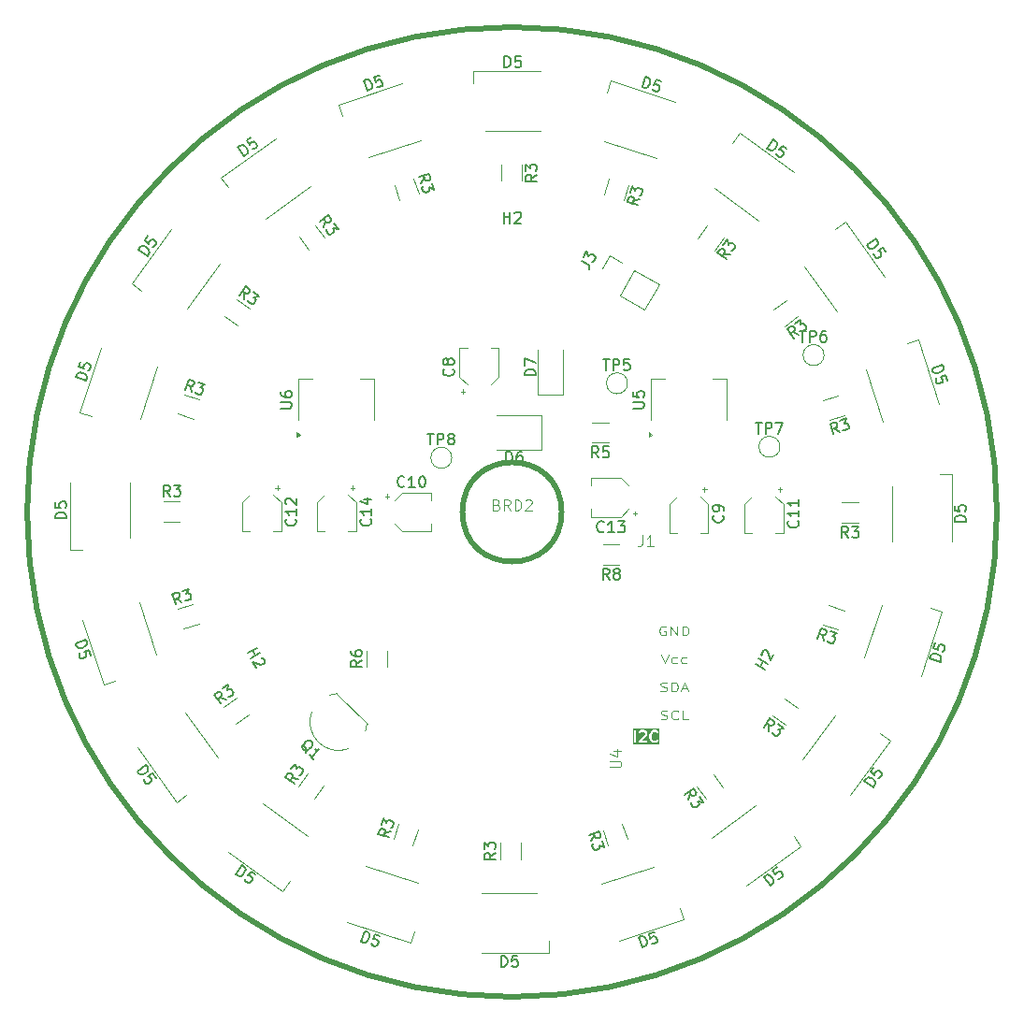
<source format=gbr>
%TF.GenerationSoftware,KiCad,Pcbnew,8.0.4*%
%TF.CreationDate,2024-07-24T16:54:55-04:00*%
%TF.ProjectId,esp32-wroom-table-lights,65737033-322d-4777-926f-6f6d2d746162,rev?*%
%TF.SameCoordinates,Original*%
%TF.FileFunction,Legend,Top*%
%TF.FilePolarity,Positive*%
%FSLAX46Y46*%
G04 Gerber Fmt 4.6, Leading zero omitted, Abs format (unit mm)*
G04 Created by KiCad (PCBNEW 8.0.4) date 2024-07-24 16:54:55*
%MOMM*%
%LPD*%
G01*
G04 APERTURE LIST*
%ADD10C,0.100000*%
%ADD11C,0.200000*%
%ADD12C,0.150000*%
%ADD13C,0.120000*%
%ADD14C,0.500000*%
G04 APERTURE END LIST*
D10*
X211891666Y-101817419D02*
X211891666Y-102531704D01*
X211891666Y-102531704D02*
X211844047Y-102674561D01*
X211844047Y-102674561D02*
X211748809Y-102769800D01*
X211748809Y-102769800D02*
X211605952Y-102817419D01*
X211605952Y-102817419D02*
X211510714Y-102817419D01*
X212891666Y-102817419D02*
X212320238Y-102817419D01*
X212605952Y-102817419D02*
X212605952Y-101817419D01*
X212605952Y-101817419D02*
X212510714Y-101960276D01*
X212510714Y-101960276D02*
X212415476Y-102055514D01*
X212415476Y-102055514D02*
X212320238Y-102103133D01*
D11*
G36*
X213457999Y-120718330D02*
G01*
X211037699Y-120718330D01*
X211037699Y-119507219D01*
X211148810Y-119507219D01*
X211148810Y-120507219D01*
X211150731Y-120526728D01*
X211165663Y-120562776D01*
X211193253Y-120590366D01*
X211229301Y-120605298D01*
X211268319Y-120605298D01*
X211304367Y-120590366D01*
X211331957Y-120562776D01*
X211346889Y-120526728D01*
X211348810Y-120507219D01*
X211348810Y-120487710D01*
X211531683Y-120487710D01*
X211531683Y-120526728D01*
X211546615Y-120562776D01*
X211574205Y-120590366D01*
X211610253Y-120605298D01*
X211629762Y-120607219D01*
X212248809Y-120607219D01*
X212268318Y-120605298D01*
X212304366Y-120590366D01*
X212331956Y-120562776D01*
X212346888Y-120526728D01*
X212346888Y-120487710D01*
X212331956Y-120451662D01*
X212304366Y-120424072D01*
X212268318Y-120409140D01*
X212248809Y-120407219D01*
X211871184Y-120407219D01*
X212271901Y-120006501D01*
X212284337Y-119991347D01*
X212285711Y-119988028D01*
X212288067Y-119985313D01*
X212296058Y-119967413D01*
X212306599Y-119935790D01*
X212529762Y-119935790D01*
X212529762Y-120078647D01*
X212530097Y-120082049D01*
X212529880Y-120083508D01*
X212530959Y-120090805D01*
X212531683Y-120098156D01*
X212532247Y-120099519D01*
X212532748Y-120102901D01*
X212580367Y-120293376D01*
X212580880Y-120294813D01*
X212580932Y-120295536D01*
X212584040Y-120303660D01*
X212586962Y-120311837D01*
X212587392Y-120312417D01*
X212587938Y-120313844D01*
X212635557Y-120409082D01*
X212640839Y-120417474D01*
X212641852Y-120419918D01*
X212644108Y-120422667D01*
X212646000Y-120425672D01*
X212647994Y-120427401D01*
X212654289Y-120435071D01*
X212749527Y-120530311D01*
X212764680Y-120542747D01*
X212767999Y-120544122D01*
X212770715Y-120546477D01*
X212788615Y-120554468D01*
X212931472Y-120602087D01*
X212941144Y-120604286D01*
X212943586Y-120605298D01*
X212947123Y-120605646D01*
X212950587Y-120606434D01*
X212953221Y-120606246D01*
X212963095Y-120607219D01*
X213058333Y-120607219D01*
X213068206Y-120606246D01*
X213070840Y-120606434D01*
X213074303Y-120605646D01*
X213077842Y-120605298D01*
X213080284Y-120604286D01*
X213089956Y-120602087D01*
X213232812Y-120554468D01*
X213250713Y-120546477D01*
X213253428Y-120544122D01*
X213256748Y-120542747D01*
X213271901Y-120530310D01*
X213319520Y-120482690D01*
X213331957Y-120467537D01*
X213346888Y-120431488D01*
X213346887Y-120392470D01*
X213331956Y-120356422D01*
X213304365Y-120328832D01*
X213268317Y-120313901D01*
X213229299Y-120313902D01*
X213193251Y-120328833D01*
X213178097Y-120341270D01*
X213147170Y-120372197D01*
X213042106Y-120407219D01*
X212979321Y-120407219D01*
X212874256Y-120372197D01*
X212807186Y-120305127D01*
X212771732Y-120234218D01*
X212729762Y-120066337D01*
X212729762Y-119948100D01*
X212771732Y-119780218D01*
X212807185Y-119709312D01*
X212874257Y-119642240D01*
X212979321Y-119607219D01*
X213042106Y-119607219D01*
X213147171Y-119642240D01*
X213178098Y-119673167D01*
X213193251Y-119685604D01*
X213229300Y-119700535D01*
X213268318Y-119700535D01*
X213304366Y-119685604D01*
X213331956Y-119658014D01*
X213346887Y-119621966D01*
X213346887Y-119582948D01*
X213331956Y-119546899D01*
X213319519Y-119531746D01*
X213271901Y-119484127D01*
X213256747Y-119471691D01*
X213253428Y-119470316D01*
X213250713Y-119467961D01*
X213232812Y-119459970D01*
X213089956Y-119412351D01*
X213080284Y-119410151D01*
X213077842Y-119409140D01*
X213074303Y-119408791D01*
X213070840Y-119408004D01*
X213068206Y-119408191D01*
X213058333Y-119407219D01*
X212963095Y-119407219D01*
X212953221Y-119408191D01*
X212950587Y-119408004D01*
X212947123Y-119408791D01*
X212943586Y-119409140D01*
X212941144Y-119410151D01*
X212931472Y-119412351D01*
X212788615Y-119459970D01*
X212770715Y-119467961D01*
X212767999Y-119470316D01*
X212764681Y-119471691D01*
X212749527Y-119484127D01*
X212654289Y-119579365D01*
X212647994Y-119587035D01*
X212646000Y-119588765D01*
X212644106Y-119591772D01*
X212641853Y-119594519D01*
X212640842Y-119596958D01*
X212635557Y-119605355D01*
X212587938Y-119700593D01*
X212587392Y-119702019D01*
X212586962Y-119702600D01*
X212584040Y-119710776D01*
X212580932Y-119718901D01*
X212580880Y-119719623D01*
X212580367Y-119721061D01*
X212532748Y-119911536D01*
X212532247Y-119914917D01*
X212531683Y-119916281D01*
X212530959Y-119923631D01*
X212529880Y-119930929D01*
X212530097Y-119932387D01*
X212529762Y-119935790D01*
X212306599Y-119935790D01*
X212343677Y-119824556D01*
X212345876Y-119814883D01*
X212346888Y-119812442D01*
X212347236Y-119808904D01*
X212348024Y-119805441D01*
X212347836Y-119802806D01*
X212348809Y-119792933D01*
X212348809Y-119697695D01*
X212346888Y-119678186D01*
X212345512Y-119674865D01*
X212345258Y-119671282D01*
X212338252Y-119652973D01*
X212290633Y-119557736D01*
X212285347Y-119549339D01*
X212284337Y-119546899D01*
X212282083Y-119544153D01*
X212280190Y-119541145D01*
X212278192Y-119539412D01*
X212271900Y-119531746D01*
X212224282Y-119484127D01*
X212216611Y-119477832D01*
X212214882Y-119475838D01*
X212211874Y-119473944D01*
X212209128Y-119471691D01*
X212206688Y-119470680D01*
X212198292Y-119465395D01*
X212103054Y-119417776D01*
X212084746Y-119410770D01*
X212081162Y-119410515D01*
X212077842Y-119409140D01*
X212058333Y-119407219D01*
X211820238Y-119407219D01*
X211800729Y-119409140D01*
X211797408Y-119410515D01*
X211793825Y-119410770D01*
X211775516Y-119417776D01*
X211680279Y-119465395D01*
X211671882Y-119470680D01*
X211669442Y-119471691D01*
X211666696Y-119473944D01*
X211663688Y-119475838D01*
X211661955Y-119477835D01*
X211654289Y-119484128D01*
X211606670Y-119531746D01*
X211594234Y-119546900D01*
X211579302Y-119582948D01*
X211579302Y-119621966D01*
X211594234Y-119658014D01*
X211621824Y-119685604D01*
X211657872Y-119700536D01*
X211696890Y-119700536D01*
X211732938Y-119685604D01*
X211748092Y-119673168D01*
X211784235Y-119637023D01*
X211843845Y-119607219D01*
X212034726Y-119607219D01*
X212094335Y-119637024D01*
X212119004Y-119661692D01*
X212148809Y-119721302D01*
X212148809Y-119776706D01*
X212113787Y-119881770D01*
X211559051Y-120436508D01*
X211546615Y-120451662D01*
X211531683Y-120487710D01*
X211348810Y-120487710D01*
X211348810Y-119507219D01*
X211346889Y-119487710D01*
X211331957Y-119451662D01*
X211304367Y-119424072D01*
X211268319Y-119409140D01*
X211229301Y-119409140D01*
X211193253Y-119424072D01*
X211165663Y-119451662D01*
X211150731Y-119487710D01*
X211148810Y-119507219D01*
X211037699Y-119507219D01*
X211037699Y-119296108D01*
X213457999Y-119296108D01*
X213457999Y-120718330D01*
G37*
D10*
X213574524Y-112584895D02*
X213907857Y-113384895D01*
X213907857Y-113384895D02*
X214241190Y-112584895D01*
X215003095Y-113346800D02*
X214907857Y-113384895D01*
X214907857Y-113384895D02*
X214717381Y-113384895D01*
X214717381Y-113384895D02*
X214622143Y-113346800D01*
X214622143Y-113346800D02*
X214574524Y-113308704D01*
X214574524Y-113308704D02*
X214526905Y-113232514D01*
X214526905Y-113232514D02*
X214526905Y-113003942D01*
X214526905Y-113003942D02*
X214574524Y-112927752D01*
X214574524Y-112927752D02*
X214622143Y-112889657D01*
X214622143Y-112889657D02*
X214717381Y-112851561D01*
X214717381Y-112851561D02*
X214907857Y-112851561D01*
X214907857Y-112851561D02*
X215003095Y-112889657D01*
X215860238Y-113346800D02*
X215765000Y-113384895D01*
X215765000Y-113384895D02*
X215574524Y-113384895D01*
X215574524Y-113384895D02*
X215479286Y-113346800D01*
X215479286Y-113346800D02*
X215431667Y-113308704D01*
X215431667Y-113308704D02*
X215384048Y-113232514D01*
X215384048Y-113232514D02*
X215384048Y-113003942D01*
X215384048Y-113003942D02*
X215431667Y-112927752D01*
X215431667Y-112927752D02*
X215479286Y-112889657D01*
X215479286Y-112889657D02*
X215574524Y-112851561D01*
X215574524Y-112851561D02*
X215765000Y-112851561D01*
X215765000Y-112851561D02*
X215860238Y-112889657D01*
X214003095Y-110082990D02*
X213907857Y-110044895D01*
X213907857Y-110044895D02*
X213765000Y-110044895D01*
X213765000Y-110044895D02*
X213622143Y-110082990D01*
X213622143Y-110082990D02*
X213526905Y-110159180D01*
X213526905Y-110159180D02*
X213479286Y-110235371D01*
X213479286Y-110235371D02*
X213431667Y-110387752D01*
X213431667Y-110387752D02*
X213431667Y-110502038D01*
X213431667Y-110502038D02*
X213479286Y-110654419D01*
X213479286Y-110654419D02*
X213526905Y-110730609D01*
X213526905Y-110730609D02*
X213622143Y-110806800D01*
X213622143Y-110806800D02*
X213765000Y-110844895D01*
X213765000Y-110844895D02*
X213860238Y-110844895D01*
X213860238Y-110844895D02*
X214003095Y-110806800D01*
X214003095Y-110806800D02*
X214050714Y-110768704D01*
X214050714Y-110768704D02*
X214050714Y-110502038D01*
X214050714Y-110502038D02*
X213860238Y-110502038D01*
X214479286Y-110844895D02*
X214479286Y-110044895D01*
X214479286Y-110044895D02*
X215050714Y-110844895D01*
X215050714Y-110844895D02*
X215050714Y-110044895D01*
X215526905Y-110844895D02*
X215526905Y-110044895D01*
X215526905Y-110044895D02*
X215765000Y-110044895D01*
X215765000Y-110044895D02*
X215907857Y-110082990D01*
X215907857Y-110082990D02*
X216003095Y-110159180D01*
X216003095Y-110159180D02*
X216050714Y-110235371D01*
X216050714Y-110235371D02*
X216098333Y-110387752D01*
X216098333Y-110387752D02*
X216098333Y-110502038D01*
X216098333Y-110502038D02*
X216050714Y-110654419D01*
X216050714Y-110654419D02*
X216003095Y-110730609D01*
X216003095Y-110730609D02*
X215907857Y-110806800D01*
X215907857Y-110806800D02*
X215765000Y-110844895D01*
X215765000Y-110844895D02*
X215526905Y-110844895D01*
X213550714Y-115886800D02*
X213693571Y-115924895D01*
X213693571Y-115924895D02*
X213931666Y-115924895D01*
X213931666Y-115924895D02*
X214026904Y-115886800D01*
X214026904Y-115886800D02*
X214074523Y-115848704D01*
X214074523Y-115848704D02*
X214122142Y-115772514D01*
X214122142Y-115772514D02*
X214122142Y-115696323D01*
X214122142Y-115696323D02*
X214074523Y-115620133D01*
X214074523Y-115620133D02*
X214026904Y-115582038D01*
X214026904Y-115582038D02*
X213931666Y-115543942D01*
X213931666Y-115543942D02*
X213741190Y-115505847D01*
X213741190Y-115505847D02*
X213645952Y-115467752D01*
X213645952Y-115467752D02*
X213598333Y-115429657D01*
X213598333Y-115429657D02*
X213550714Y-115353466D01*
X213550714Y-115353466D02*
X213550714Y-115277276D01*
X213550714Y-115277276D02*
X213598333Y-115201085D01*
X213598333Y-115201085D02*
X213645952Y-115162990D01*
X213645952Y-115162990D02*
X213741190Y-115124895D01*
X213741190Y-115124895D02*
X213979285Y-115124895D01*
X213979285Y-115124895D02*
X214122142Y-115162990D01*
X214550714Y-115924895D02*
X214550714Y-115124895D01*
X214550714Y-115124895D02*
X214788809Y-115124895D01*
X214788809Y-115124895D02*
X214931666Y-115162990D01*
X214931666Y-115162990D02*
X215026904Y-115239180D01*
X215026904Y-115239180D02*
X215074523Y-115315371D01*
X215074523Y-115315371D02*
X215122142Y-115467752D01*
X215122142Y-115467752D02*
X215122142Y-115582038D01*
X215122142Y-115582038D02*
X215074523Y-115734419D01*
X215074523Y-115734419D02*
X215026904Y-115810609D01*
X215026904Y-115810609D02*
X214931666Y-115886800D01*
X214931666Y-115886800D02*
X214788809Y-115924895D01*
X214788809Y-115924895D02*
X214550714Y-115924895D01*
X215503095Y-115696323D02*
X215979285Y-115696323D01*
X215407857Y-115924895D02*
X215741190Y-115124895D01*
X215741190Y-115124895D02*
X216074523Y-115924895D01*
X213574524Y-118426800D02*
X213717381Y-118464895D01*
X213717381Y-118464895D02*
X213955476Y-118464895D01*
X213955476Y-118464895D02*
X214050714Y-118426800D01*
X214050714Y-118426800D02*
X214098333Y-118388704D01*
X214098333Y-118388704D02*
X214145952Y-118312514D01*
X214145952Y-118312514D02*
X214145952Y-118236323D01*
X214145952Y-118236323D02*
X214098333Y-118160133D01*
X214098333Y-118160133D02*
X214050714Y-118122038D01*
X214050714Y-118122038D02*
X213955476Y-118083942D01*
X213955476Y-118083942D02*
X213765000Y-118045847D01*
X213765000Y-118045847D02*
X213669762Y-118007752D01*
X213669762Y-118007752D02*
X213622143Y-117969657D01*
X213622143Y-117969657D02*
X213574524Y-117893466D01*
X213574524Y-117893466D02*
X213574524Y-117817276D01*
X213574524Y-117817276D02*
X213622143Y-117741085D01*
X213622143Y-117741085D02*
X213669762Y-117702990D01*
X213669762Y-117702990D02*
X213765000Y-117664895D01*
X213765000Y-117664895D02*
X214003095Y-117664895D01*
X214003095Y-117664895D02*
X214145952Y-117702990D01*
X215145952Y-118388704D02*
X215098333Y-118426800D01*
X215098333Y-118426800D02*
X214955476Y-118464895D01*
X214955476Y-118464895D02*
X214860238Y-118464895D01*
X214860238Y-118464895D02*
X214717381Y-118426800D01*
X214717381Y-118426800D02*
X214622143Y-118350609D01*
X214622143Y-118350609D02*
X214574524Y-118274419D01*
X214574524Y-118274419D02*
X214526905Y-118122038D01*
X214526905Y-118122038D02*
X214526905Y-118007752D01*
X214526905Y-118007752D02*
X214574524Y-117855371D01*
X214574524Y-117855371D02*
X214622143Y-117779180D01*
X214622143Y-117779180D02*
X214717381Y-117702990D01*
X214717381Y-117702990D02*
X214860238Y-117664895D01*
X214860238Y-117664895D02*
X214955476Y-117664895D01*
X214955476Y-117664895D02*
X215098333Y-117702990D01*
X215098333Y-117702990D02*
X215145952Y-117741085D01*
X216050714Y-118464895D02*
X215574524Y-118464895D01*
X215574524Y-118464895D02*
X215574524Y-117664895D01*
D12*
X230533333Y-102024819D02*
X230200000Y-101548628D01*
X229961905Y-102024819D02*
X229961905Y-101024819D01*
X229961905Y-101024819D02*
X230342857Y-101024819D01*
X230342857Y-101024819D02*
X230438095Y-101072438D01*
X230438095Y-101072438D02*
X230485714Y-101120057D01*
X230485714Y-101120057D02*
X230533333Y-101215295D01*
X230533333Y-101215295D02*
X230533333Y-101358152D01*
X230533333Y-101358152D02*
X230485714Y-101453390D01*
X230485714Y-101453390D02*
X230438095Y-101501009D01*
X230438095Y-101501009D02*
X230342857Y-101548628D01*
X230342857Y-101548628D02*
X229961905Y-101548628D01*
X230866667Y-101024819D02*
X231485714Y-101024819D01*
X231485714Y-101024819D02*
X231152381Y-101405771D01*
X231152381Y-101405771D02*
X231295238Y-101405771D01*
X231295238Y-101405771D02*
X231390476Y-101453390D01*
X231390476Y-101453390D02*
X231438095Y-101501009D01*
X231438095Y-101501009D02*
X231485714Y-101596247D01*
X231485714Y-101596247D02*
X231485714Y-101834342D01*
X231485714Y-101834342D02*
X231438095Y-101929580D01*
X231438095Y-101929580D02*
X231390476Y-101977200D01*
X231390476Y-101977200D02*
X231295238Y-102024819D01*
X231295238Y-102024819D02*
X231009524Y-102024819D01*
X231009524Y-102024819D02*
X230914286Y-101977200D01*
X230914286Y-101977200D02*
X230866667Y-101929580D01*
X169133333Y-98284819D02*
X168800000Y-97808628D01*
X168561905Y-98284819D02*
X168561905Y-97284819D01*
X168561905Y-97284819D02*
X168942857Y-97284819D01*
X168942857Y-97284819D02*
X169038095Y-97332438D01*
X169038095Y-97332438D02*
X169085714Y-97380057D01*
X169085714Y-97380057D02*
X169133333Y-97475295D01*
X169133333Y-97475295D02*
X169133333Y-97618152D01*
X169133333Y-97618152D02*
X169085714Y-97713390D01*
X169085714Y-97713390D02*
X169038095Y-97761009D01*
X169038095Y-97761009D02*
X168942857Y-97808628D01*
X168942857Y-97808628D02*
X168561905Y-97808628D01*
X169466667Y-97284819D02*
X170085714Y-97284819D01*
X170085714Y-97284819D02*
X169752381Y-97665771D01*
X169752381Y-97665771D02*
X169895238Y-97665771D01*
X169895238Y-97665771D02*
X169990476Y-97713390D01*
X169990476Y-97713390D02*
X170038095Y-97761009D01*
X170038095Y-97761009D02*
X170085714Y-97856247D01*
X170085714Y-97856247D02*
X170085714Y-98094342D01*
X170085714Y-98094342D02*
X170038095Y-98189580D01*
X170038095Y-98189580D02*
X169990476Y-98237200D01*
X169990476Y-98237200D02*
X169895238Y-98284819D01*
X169895238Y-98284819D02*
X169609524Y-98284819D01*
X169609524Y-98284819D02*
X169514286Y-98237200D01*
X169514286Y-98237200D02*
X169466667Y-98189580D01*
X211883313Y-61223805D02*
X212192330Y-60272749D01*
X212192330Y-60272749D02*
X212418772Y-60346324D01*
X212418772Y-60346324D02*
X212539922Y-60435758D01*
X212539922Y-60435758D02*
X212601069Y-60555765D01*
X212601069Y-60555765D02*
X212616927Y-60661057D01*
X212616927Y-60661057D02*
X212603355Y-60856926D01*
X212603355Y-60856926D02*
X212559210Y-60992791D01*
X212559210Y-60992791D02*
X212455061Y-61159229D01*
X212455061Y-61159229D02*
X212380342Y-61235091D01*
X212380342Y-61235091D02*
X212260335Y-61296238D01*
X212260335Y-61296238D02*
X212109755Y-61297381D01*
X212109755Y-61297381D02*
X211883313Y-61223805D01*
X213596270Y-60728917D02*
X213143386Y-60581766D01*
X213143386Y-60581766D02*
X212950947Y-61019935D01*
X212950947Y-61019935D02*
X213010951Y-60989361D01*
X213010951Y-60989361D02*
X213116242Y-60973503D01*
X213116242Y-60973503D02*
X213342684Y-61047079D01*
X213342684Y-61047079D02*
X213418546Y-61121797D01*
X213418546Y-61121797D02*
X213449119Y-61181801D01*
X213449119Y-61181801D02*
X213464978Y-61287093D01*
X213464978Y-61287093D02*
X213391402Y-61513535D01*
X213391402Y-61513535D02*
X213316684Y-61589396D01*
X213316684Y-61589396D02*
X213256680Y-61619970D01*
X213256680Y-61619970D02*
X213151388Y-61635828D01*
X213151388Y-61635828D02*
X212924946Y-61562252D01*
X212924946Y-61562252D02*
X212849084Y-61487534D01*
X212849084Y-61487534D02*
X212818511Y-61427530D01*
X211879089Y-139134016D02*
X211570072Y-138182959D01*
X211570072Y-138182959D02*
X211796515Y-138109384D01*
X211796515Y-138109384D02*
X211947095Y-138110527D01*
X211947095Y-138110527D02*
X212067102Y-138171674D01*
X212067102Y-138171674D02*
X212141820Y-138247535D01*
X212141820Y-138247535D02*
X212245969Y-138413974D01*
X212245969Y-138413974D02*
X212290114Y-138549839D01*
X212290114Y-138549839D02*
X212303686Y-138745708D01*
X212303686Y-138745708D02*
X212287828Y-138851000D01*
X212287828Y-138851000D02*
X212226682Y-138971007D01*
X212226682Y-138971007D02*
X212105532Y-139060440D01*
X212105532Y-139060440D02*
X211879089Y-139134016D01*
X212974013Y-137726791D02*
X212521129Y-137873942D01*
X212521129Y-137873942D02*
X212622992Y-138341542D01*
X212622992Y-138341542D02*
X212653565Y-138281538D01*
X212653565Y-138281538D02*
X212729427Y-138206819D01*
X212729427Y-138206819D02*
X212955869Y-138133244D01*
X212955869Y-138133244D02*
X213061161Y-138149102D01*
X213061161Y-138149102D02*
X213121164Y-138179676D01*
X213121164Y-138179676D02*
X213195883Y-138255537D01*
X213195883Y-138255537D02*
X213269458Y-138481979D01*
X213269458Y-138481979D02*
X213253600Y-138587271D01*
X213253600Y-138587271D02*
X213223027Y-138647275D01*
X213223027Y-138647275D02*
X213147165Y-138721993D01*
X213147165Y-138721993D02*
X212920723Y-138795569D01*
X212920723Y-138795569D02*
X212815431Y-138779711D01*
X212815431Y-138779711D02*
X212755427Y-138749137D01*
X180712123Y-123839834D02*
X180130948Y-123829609D01*
X180376246Y-124302130D02*
X179567229Y-123714344D01*
X179567229Y-123714344D02*
X179791147Y-123406147D01*
X179791147Y-123406147D02*
X179885651Y-123357088D01*
X179885651Y-123357088D02*
X179952165Y-123346553D01*
X179952165Y-123346553D02*
X180057204Y-123364008D01*
X180057204Y-123364008D02*
X180172778Y-123447977D01*
X180172778Y-123447977D02*
X180221838Y-123542482D01*
X180221838Y-123542482D02*
X180232373Y-123608996D01*
X180232373Y-123608996D02*
X180214918Y-123714035D01*
X180214918Y-123714035D02*
X179990999Y-124022232D01*
X180099034Y-122982377D02*
X180462901Y-122481557D01*
X180462901Y-122481557D02*
X180575170Y-122975147D01*
X180575170Y-122975147D02*
X180659139Y-122859573D01*
X180659139Y-122859573D02*
X180753643Y-122810514D01*
X180753643Y-122810514D02*
X180820158Y-122799979D01*
X180820158Y-122799979D02*
X180925197Y-122817434D01*
X180925197Y-122817434D02*
X181117820Y-122957383D01*
X181117820Y-122957383D02*
X181166879Y-123051887D01*
X181166879Y-123051887D02*
X181177414Y-123118401D01*
X181177414Y-123118401D02*
X181159959Y-123223440D01*
X181159959Y-123223440D02*
X180992021Y-123454588D01*
X180992021Y-123454588D02*
X180897516Y-123503647D01*
X180897516Y-123503647D02*
X180831002Y-123514182D01*
X171081371Y-88815757D02*
X170911503Y-88259868D01*
X170537910Y-88639176D02*
X170846927Y-87688120D01*
X170846927Y-87688120D02*
X171209234Y-87805841D01*
X171209234Y-87805841D02*
X171285096Y-87880559D01*
X171285096Y-87880559D02*
X171315669Y-87940563D01*
X171315669Y-87940563D02*
X171331527Y-88045855D01*
X171331527Y-88045855D02*
X171287382Y-88181720D01*
X171287382Y-88181720D02*
X171212663Y-88257581D01*
X171212663Y-88257581D02*
X171152660Y-88288155D01*
X171152660Y-88288155D02*
X171047368Y-88304013D01*
X171047368Y-88304013D02*
X170685061Y-88186292D01*
X171707407Y-87967707D02*
X172296156Y-88159003D01*
X172296156Y-88159003D02*
X171861416Y-88418304D01*
X171861416Y-88418304D02*
X171997281Y-88462450D01*
X171997281Y-88462450D02*
X172073143Y-88537168D01*
X172073143Y-88537168D02*
X172103716Y-88597172D01*
X172103716Y-88597172D02*
X172119575Y-88702464D01*
X172119575Y-88702464D02*
X172045999Y-88928906D01*
X172045999Y-88928906D02*
X171971281Y-89004767D01*
X171971281Y-89004767D02*
X171911277Y-89035341D01*
X171911277Y-89035341D02*
X171805985Y-89051199D01*
X171805985Y-89051199D02*
X171534255Y-88962908D01*
X171534255Y-88962908D02*
X171458393Y-88888190D01*
X171458393Y-88888190D02*
X171427820Y-88828186D01*
X216066224Y-125768480D02*
X216255542Y-125218910D01*
X215730347Y-125306184D02*
X216539364Y-124718399D01*
X216539364Y-124718399D02*
X216763282Y-125026596D01*
X216763282Y-125026596D02*
X216780737Y-125131635D01*
X216780737Y-125131635D02*
X216770202Y-125198149D01*
X216770202Y-125198149D02*
X216721143Y-125292653D01*
X216721143Y-125292653D02*
X216605569Y-125376623D01*
X216605569Y-125376623D02*
X216500530Y-125394078D01*
X216500530Y-125394078D02*
X216434015Y-125383543D01*
X216434015Y-125383543D02*
X216339511Y-125334483D01*
X216339511Y-125334483D02*
X216115593Y-125026286D01*
X217071170Y-125450367D02*
X217435037Y-125951187D01*
X217435037Y-125951187D02*
X216930911Y-125905433D01*
X216930911Y-125905433D02*
X217014881Y-126021006D01*
X217014881Y-126021006D02*
X217032336Y-126126045D01*
X217032336Y-126126045D02*
X217021801Y-126192560D01*
X217021801Y-126192560D02*
X216972741Y-126287064D01*
X216972741Y-126287064D02*
X216780118Y-126427013D01*
X216780118Y-126427013D02*
X216675079Y-126444468D01*
X216675079Y-126444468D02*
X216608565Y-126433933D01*
X216608565Y-126433933D02*
X216514061Y-126384874D01*
X216514061Y-126384874D02*
X216346122Y-126153726D01*
X216346122Y-126153726D02*
X216328667Y-126048687D01*
X216328667Y-126048687D02*
X216339202Y-125982172D01*
X232789119Y-124620435D02*
X231980102Y-124032649D01*
X231980102Y-124032649D02*
X232120050Y-123840026D01*
X232120050Y-123840026D02*
X232242544Y-123752442D01*
X232242544Y-123752442D02*
X232375573Y-123731373D01*
X232375573Y-123731373D02*
X232480612Y-123748827D01*
X232480612Y-123748827D02*
X232662700Y-123822262D01*
X232662700Y-123822262D02*
X232778274Y-123906231D01*
X232778274Y-123906231D02*
X232904383Y-124056715D01*
X232904383Y-124056715D02*
X232953443Y-124151219D01*
X232953443Y-124151219D02*
X232974512Y-124284248D01*
X232974512Y-124284248D02*
X232929067Y-124427812D01*
X232929067Y-124427812D02*
X232789119Y-124620435D01*
X232847785Y-122838386D02*
X232567887Y-123223632D01*
X232567887Y-123223632D02*
X232925143Y-123542055D01*
X232925143Y-123542055D02*
X232914608Y-123475540D01*
X232914608Y-123475540D02*
X232932063Y-123370501D01*
X232932063Y-123370501D02*
X233072012Y-123177878D01*
X233072012Y-123177878D02*
X233166516Y-123128819D01*
X233166516Y-123128819D02*
X233233031Y-123118284D01*
X233233031Y-123118284D02*
X233338070Y-123135739D01*
X233338070Y-123135739D02*
X233530693Y-123275688D01*
X233530693Y-123275688D02*
X233579752Y-123370192D01*
X233579752Y-123370192D02*
X233590287Y-123436706D01*
X233590287Y-123436706D02*
X233572832Y-123541745D01*
X233572832Y-123541745D02*
X233432883Y-123734368D01*
X233432883Y-123734368D02*
X233338379Y-123783428D01*
X233338379Y-123783428D02*
X233271865Y-123793963D01*
X175079564Y-132489119D02*
X175667350Y-131680102D01*
X175667350Y-131680102D02*
X175859973Y-131820050D01*
X175859973Y-131820050D02*
X175947557Y-131942544D01*
X175947557Y-131942544D02*
X175968626Y-132075573D01*
X175968626Y-132075573D02*
X175951172Y-132180612D01*
X175951172Y-132180612D02*
X175877737Y-132362700D01*
X175877737Y-132362700D02*
X175793768Y-132478274D01*
X175793768Y-132478274D02*
X175643284Y-132604383D01*
X175643284Y-132604383D02*
X175548780Y-132653443D01*
X175548780Y-132653443D02*
X175415751Y-132674512D01*
X175415751Y-132674512D02*
X175272187Y-132629067D01*
X175272187Y-132629067D02*
X175079564Y-132489119D01*
X176861613Y-132547785D02*
X176476367Y-132267887D01*
X176476367Y-132267887D02*
X176157944Y-132625143D01*
X176157944Y-132625143D02*
X176224459Y-132614608D01*
X176224459Y-132614608D02*
X176329498Y-132632063D01*
X176329498Y-132632063D02*
X176522121Y-132772012D01*
X176522121Y-132772012D02*
X176571180Y-132866516D01*
X176571180Y-132866516D02*
X176581715Y-132933031D01*
X176581715Y-132933031D02*
X176564260Y-133038070D01*
X176564260Y-133038070D02*
X176424311Y-133230693D01*
X176424311Y-133230693D02*
X176329807Y-133279752D01*
X176329807Y-133279752D02*
X176263293Y-133290287D01*
X176263293Y-133290287D02*
X176158254Y-133272832D01*
X176158254Y-133272832D02*
X175965631Y-133132883D01*
X175965631Y-133132883D02*
X175916571Y-133038379D01*
X175916571Y-133038379D02*
X175906036Y-132971865D01*
X211646353Y-71379482D02*
X211090464Y-71549350D01*
X211469772Y-71922943D02*
X210518716Y-71613926D01*
X210518716Y-71613926D02*
X210636437Y-71251619D01*
X210636437Y-71251619D02*
X210711155Y-71175757D01*
X210711155Y-71175757D02*
X210771159Y-71145184D01*
X210771159Y-71145184D02*
X210876451Y-71129326D01*
X210876451Y-71129326D02*
X211012316Y-71173471D01*
X211012316Y-71173471D02*
X211088177Y-71248190D01*
X211088177Y-71248190D02*
X211118751Y-71308193D01*
X211118751Y-71308193D02*
X211134609Y-71413485D01*
X211134609Y-71413485D02*
X211016888Y-71775792D01*
X210798303Y-70753446D02*
X210989599Y-70164697D01*
X210989599Y-70164697D02*
X211248900Y-70599437D01*
X211248900Y-70599437D02*
X211293046Y-70463572D01*
X211293046Y-70463572D02*
X211367764Y-70387710D01*
X211367764Y-70387710D02*
X211427768Y-70357137D01*
X211427768Y-70357137D02*
X211533060Y-70341278D01*
X211533060Y-70341278D02*
X211759502Y-70414854D01*
X211759502Y-70414854D02*
X211835363Y-70489572D01*
X211835363Y-70489572D02*
X211865937Y-70549576D01*
X211865937Y-70549576D02*
X211881795Y-70654868D01*
X211881795Y-70654868D02*
X211793504Y-70926598D01*
X211793504Y-70926598D02*
X211718786Y-71002460D01*
X211718786Y-71002460D02*
X211658782Y-71033033D01*
X194759580Y-86766666D02*
X194807200Y-86814285D01*
X194807200Y-86814285D02*
X194854819Y-86957142D01*
X194854819Y-86957142D02*
X194854819Y-87052380D01*
X194854819Y-87052380D02*
X194807200Y-87195237D01*
X194807200Y-87195237D02*
X194711961Y-87290475D01*
X194711961Y-87290475D02*
X194616723Y-87338094D01*
X194616723Y-87338094D02*
X194426247Y-87385713D01*
X194426247Y-87385713D02*
X194283390Y-87385713D01*
X194283390Y-87385713D02*
X194092914Y-87338094D01*
X194092914Y-87338094D02*
X193997676Y-87290475D01*
X193997676Y-87290475D02*
X193902438Y-87195237D01*
X193902438Y-87195237D02*
X193854819Y-87052380D01*
X193854819Y-87052380D02*
X193854819Y-86957142D01*
X193854819Y-86957142D02*
X193902438Y-86814285D01*
X193902438Y-86814285D02*
X193950057Y-86766666D01*
X194283390Y-86195237D02*
X194235771Y-86290475D01*
X194235771Y-86290475D02*
X194188152Y-86338094D01*
X194188152Y-86338094D02*
X194092914Y-86385713D01*
X194092914Y-86385713D02*
X194045295Y-86385713D01*
X194045295Y-86385713D02*
X193950057Y-86338094D01*
X193950057Y-86338094D02*
X193902438Y-86290475D01*
X193902438Y-86290475D02*
X193854819Y-86195237D01*
X193854819Y-86195237D02*
X193854819Y-86004761D01*
X193854819Y-86004761D02*
X193902438Y-85909523D01*
X193902438Y-85909523D02*
X193950057Y-85861904D01*
X193950057Y-85861904D02*
X194045295Y-85814285D01*
X194045295Y-85814285D02*
X194092914Y-85814285D01*
X194092914Y-85814285D02*
X194188152Y-85861904D01*
X194188152Y-85861904D02*
X194235771Y-85909523D01*
X194235771Y-85909523D02*
X194283390Y-86004761D01*
X194283390Y-86004761D02*
X194283390Y-86195237D01*
X194283390Y-86195237D02*
X194331009Y-86290475D01*
X194331009Y-86290475D02*
X194378628Y-86338094D01*
X194378628Y-86338094D02*
X194473866Y-86385713D01*
X194473866Y-86385713D02*
X194664342Y-86385713D01*
X194664342Y-86385713D02*
X194759580Y-86338094D01*
X194759580Y-86338094D02*
X194807200Y-86290475D01*
X194807200Y-86290475D02*
X194854819Y-86195237D01*
X194854819Y-86195237D02*
X194854819Y-86004761D01*
X194854819Y-86004761D02*
X194807200Y-85909523D01*
X194807200Y-85909523D02*
X194759580Y-85861904D01*
X194759580Y-85861904D02*
X194664342Y-85814285D01*
X194664342Y-85814285D02*
X194473866Y-85814285D01*
X194473866Y-85814285D02*
X194378628Y-85861904D01*
X194378628Y-85861904D02*
X194331009Y-85909523D01*
X194331009Y-85909523D02*
X194283390Y-86004761D01*
X190357142Y-97359580D02*
X190309523Y-97407200D01*
X190309523Y-97407200D02*
X190166666Y-97454819D01*
X190166666Y-97454819D02*
X190071428Y-97454819D01*
X190071428Y-97454819D02*
X189928571Y-97407200D01*
X189928571Y-97407200D02*
X189833333Y-97311961D01*
X189833333Y-97311961D02*
X189785714Y-97216723D01*
X189785714Y-97216723D02*
X189738095Y-97026247D01*
X189738095Y-97026247D02*
X189738095Y-96883390D01*
X189738095Y-96883390D02*
X189785714Y-96692914D01*
X189785714Y-96692914D02*
X189833333Y-96597676D01*
X189833333Y-96597676D02*
X189928571Y-96502438D01*
X189928571Y-96502438D02*
X190071428Y-96454819D01*
X190071428Y-96454819D02*
X190166666Y-96454819D01*
X190166666Y-96454819D02*
X190309523Y-96502438D01*
X190309523Y-96502438D02*
X190357142Y-96550057D01*
X191309523Y-97454819D02*
X190738095Y-97454819D01*
X191023809Y-97454819D02*
X191023809Y-96454819D01*
X191023809Y-96454819D02*
X190928571Y-96597676D01*
X190928571Y-96597676D02*
X190833333Y-96692914D01*
X190833333Y-96692914D02*
X190738095Y-96740533D01*
X191928571Y-96454819D02*
X192023809Y-96454819D01*
X192023809Y-96454819D02*
X192119047Y-96502438D01*
X192119047Y-96502438D02*
X192166666Y-96550057D01*
X192166666Y-96550057D02*
X192214285Y-96645295D01*
X192214285Y-96645295D02*
X192261904Y-96835771D01*
X192261904Y-96835771D02*
X192261904Y-97073866D01*
X192261904Y-97073866D02*
X192214285Y-97264342D01*
X192214285Y-97264342D02*
X192166666Y-97359580D01*
X192166666Y-97359580D02*
X192119047Y-97407200D01*
X192119047Y-97407200D02*
X192023809Y-97454819D01*
X192023809Y-97454819D02*
X191928571Y-97454819D01*
X191928571Y-97454819D02*
X191833333Y-97407200D01*
X191833333Y-97407200D02*
X191785714Y-97359580D01*
X191785714Y-97359580D02*
X191738095Y-97264342D01*
X191738095Y-97264342D02*
X191690476Y-97073866D01*
X191690476Y-97073866D02*
X191690476Y-96835771D01*
X191690476Y-96835771D02*
X191738095Y-96645295D01*
X191738095Y-96645295D02*
X191785714Y-96550057D01*
X191785714Y-96550057D02*
X191833333Y-96502438D01*
X191833333Y-96502438D02*
X191928571Y-96454819D01*
X192438095Y-92606819D02*
X193009523Y-92606819D01*
X192723809Y-93606819D02*
X192723809Y-92606819D01*
X193342857Y-93606819D02*
X193342857Y-92606819D01*
X193342857Y-92606819D02*
X193723809Y-92606819D01*
X193723809Y-92606819D02*
X193819047Y-92654438D01*
X193819047Y-92654438D02*
X193866666Y-92702057D01*
X193866666Y-92702057D02*
X193914285Y-92797295D01*
X193914285Y-92797295D02*
X193914285Y-92940152D01*
X193914285Y-92940152D02*
X193866666Y-93035390D01*
X193866666Y-93035390D02*
X193819047Y-93083009D01*
X193819047Y-93083009D02*
X193723809Y-93130628D01*
X193723809Y-93130628D02*
X193342857Y-93130628D01*
X194485714Y-93035390D02*
X194390476Y-92987771D01*
X194390476Y-92987771D02*
X194342857Y-92940152D01*
X194342857Y-92940152D02*
X194295238Y-92844914D01*
X194295238Y-92844914D02*
X194295238Y-92797295D01*
X194295238Y-92797295D02*
X194342857Y-92702057D01*
X194342857Y-92702057D02*
X194390476Y-92654438D01*
X194390476Y-92654438D02*
X194485714Y-92606819D01*
X194485714Y-92606819D02*
X194676190Y-92606819D01*
X194676190Y-92606819D02*
X194771428Y-92654438D01*
X194771428Y-92654438D02*
X194819047Y-92702057D01*
X194819047Y-92702057D02*
X194866666Y-92797295D01*
X194866666Y-92797295D02*
X194866666Y-92844914D01*
X194866666Y-92844914D02*
X194819047Y-92940152D01*
X194819047Y-92940152D02*
X194771428Y-92987771D01*
X194771428Y-92987771D02*
X194676190Y-93035390D01*
X194676190Y-93035390D02*
X194485714Y-93035390D01*
X194485714Y-93035390D02*
X194390476Y-93083009D01*
X194390476Y-93083009D02*
X194342857Y-93130628D01*
X194342857Y-93130628D02*
X194295238Y-93225866D01*
X194295238Y-93225866D02*
X194295238Y-93416342D01*
X194295238Y-93416342D02*
X194342857Y-93511580D01*
X194342857Y-93511580D02*
X194390476Y-93559200D01*
X194390476Y-93559200D02*
X194485714Y-93606819D01*
X194485714Y-93606819D02*
X194676190Y-93606819D01*
X194676190Y-93606819D02*
X194771428Y-93559200D01*
X194771428Y-93559200D02*
X194819047Y-93511580D01*
X194819047Y-93511580D02*
X194866666Y-93416342D01*
X194866666Y-93416342D02*
X194866666Y-93225866D01*
X194866666Y-93225866D02*
X194819047Y-93130628D01*
X194819047Y-93130628D02*
X194771428Y-93083009D01*
X194771428Y-93083009D02*
X194676190Y-93035390D01*
X222138095Y-91606819D02*
X222709523Y-91606819D01*
X222423809Y-92606819D02*
X222423809Y-91606819D01*
X223042857Y-92606819D02*
X223042857Y-91606819D01*
X223042857Y-91606819D02*
X223423809Y-91606819D01*
X223423809Y-91606819D02*
X223519047Y-91654438D01*
X223519047Y-91654438D02*
X223566666Y-91702057D01*
X223566666Y-91702057D02*
X223614285Y-91797295D01*
X223614285Y-91797295D02*
X223614285Y-91940152D01*
X223614285Y-91940152D02*
X223566666Y-92035390D01*
X223566666Y-92035390D02*
X223519047Y-92083009D01*
X223519047Y-92083009D02*
X223423809Y-92130628D01*
X223423809Y-92130628D02*
X223042857Y-92130628D01*
X223947619Y-91606819D02*
X224614285Y-91606819D01*
X224614285Y-91606819D02*
X224185714Y-92606819D01*
X191807592Y-69906740D02*
X192157471Y-69442571D01*
X191631011Y-69363279D02*
X192582068Y-69054262D01*
X192582068Y-69054262D02*
X192699788Y-69416570D01*
X192699788Y-69416570D02*
X192683930Y-69521862D01*
X192683930Y-69521862D02*
X192653357Y-69581865D01*
X192653357Y-69581865D02*
X192577495Y-69656584D01*
X192577495Y-69656584D02*
X192441630Y-69700729D01*
X192441630Y-69700729D02*
X192336338Y-69684871D01*
X192336338Y-69684871D02*
X192276334Y-69654297D01*
X192276334Y-69654297D02*
X192201616Y-69578436D01*
X192201616Y-69578436D02*
X192083895Y-69216129D01*
X192861654Y-69914742D02*
X193052951Y-70503491D01*
X193052951Y-70503491D02*
X192587638Y-70304193D01*
X192587638Y-70304193D02*
X192631783Y-70440059D01*
X192631783Y-70440059D02*
X192615925Y-70545351D01*
X192615925Y-70545351D02*
X192585351Y-70605354D01*
X192585351Y-70605354D02*
X192509490Y-70680073D01*
X192509490Y-70680073D02*
X192283048Y-70753648D01*
X192283048Y-70753648D02*
X192177756Y-70737790D01*
X192177756Y-70737790D02*
X192117752Y-70707217D01*
X192117752Y-70707217D02*
X192043034Y-70631355D01*
X192043034Y-70631355D02*
X191954743Y-70359624D01*
X191954743Y-70359624D02*
X191970601Y-70254332D01*
X191970601Y-70254332D02*
X192001175Y-70194329D01*
X223191500Y-66779111D02*
X223779286Y-65970094D01*
X223779286Y-65970094D02*
X223971909Y-66110042D01*
X223971909Y-66110042D02*
X224059493Y-66232536D01*
X224059493Y-66232536D02*
X224080562Y-66365565D01*
X224080562Y-66365565D02*
X224063108Y-66470604D01*
X224063108Y-66470604D02*
X223989673Y-66652692D01*
X223989673Y-66652692D02*
X223905704Y-66768266D01*
X223905704Y-66768266D02*
X223755220Y-66894375D01*
X223755220Y-66894375D02*
X223660716Y-66943435D01*
X223660716Y-66943435D02*
X223527687Y-66964504D01*
X223527687Y-66964504D02*
X223384123Y-66919059D01*
X223384123Y-66919059D02*
X223191500Y-66779111D01*
X224973549Y-66837777D02*
X224588303Y-66557879D01*
X224588303Y-66557879D02*
X224269880Y-66915135D01*
X224269880Y-66915135D02*
X224336395Y-66904600D01*
X224336395Y-66904600D02*
X224441434Y-66922055D01*
X224441434Y-66922055D02*
X224634057Y-67062004D01*
X224634057Y-67062004D02*
X224683116Y-67156508D01*
X224683116Y-67156508D02*
X224693651Y-67223023D01*
X224693651Y-67223023D02*
X224676196Y-67328062D01*
X224676196Y-67328062D02*
X224536247Y-67520685D01*
X224536247Y-67520685D02*
X224441743Y-67569744D01*
X224441743Y-67569744D02*
X224375229Y-67580279D01*
X224375229Y-67580279D02*
X224270190Y-67562824D01*
X224270190Y-67562824D02*
X224077567Y-67422875D01*
X224077567Y-67422875D02*
X224028507Y-67328371D01*
X224028507Y-67328371D02*
X224017972Y-67261857D01*
X208338095Y-85856819D02*
X208909523Y-85856819D01*
X208623809Y-86856819D02*
X208623809Y-85856819D01*
X209242857Y-86856819D02*
X209242857Y-85856819D01*
X209242857Y-85856819D02*
X209623809Y-85856819D01*
X209623809Y-85856819D02*
X209719047Y-85904438D01*
X209719047Y-85904438D02*
X209766666Y-85952057D01*
X209766666Y-85952057D02*
X209814285Y-86047295D01*
X209814285Y-86047295D02*
X209814285Y-86190152D01*
X209814285Y-86190152D02*
X209766666Y-86285390D01*
X209766666Y-86285390D02*
X209719047Y-86333009D01*
X209719047Y-86333009D02*
X209623809Y-86380628D01*
X209623809Y-86380628D02*
X209242857Y-86380628D01*
X210719047Y-85856819D02*
X210242857Y-85856819D01*
X210242857Y-85856819D02*
X210195238Y-86333009D01*
X210195238Y-86333009D02*
X210242857Y-86285390D01*
X210242857Y-86285390D02*
X210338095Y-86237771D01*
X210338095Y-86237771D02*
X210576190Y-86237771D01*
X210576190Y-86237771D02*
X210671428Y-86285390D01*
X210671428Y-86285390D02*
X210719047Y-86333009D01*
X210719047Y-86333009D02*
X210766666Y-86428247D01*
X210766666Y-86428247D02*
X210766666Y-86666342D01*
X210766666Y-86666342D02*
X210719047Y-86761580D01*
X210719047Y-86761580D02*
X210671428Y-86809200D01*
X210671428Y-86809200D02*
X210576190Y-86856819D01*
X210576190Y-86856819D02*
X210338095Y-86856819D01*
X210338095Y-86856819D02*
X210242857Y-86809200D01*
X210242857Y-86809200D02*
X210195238Y-86761580D01*
X226138095Y-83306819D02*
X226709523Y-83306819D01*
X226423809Y-84306819D02*
X226423809Y-83306819D01*
X227042857Y-84306819D02*
X227042857Y-83306819D01*
X227042857Y-83306819D02*
X227423809Y-83306819D01*
X227423809Y-83306819D02*
X227519047Y-83354438D01*
X227519047Y-83354438D02*
X227566666Y-83402057D01*
X227566666Y-83402057D02*
X227614285Y-83497295D01*
X227614285Y-83497295D02*
X227614285Y-83640152D01*
X227614285Y-83640152D02*
X227566666Y-83735390D01*
X227566666Y-83735390D02*
X227519047Y-83783009D01*
X227519047Y-83783009D02*
X227423809Y-83830628D01*
X227423809Y-83830628D02*
X227042857Y-83830628D01*
X228471428Y-83306819D02*
X228280952Y-83306819D01*
X228280952Y-83306819D02*
X228185714Y-83354438D01*
X228185714Y-83354438D02*
X228138095Y-83402057D01*
X228138095Y-83402057D02*
X228042857Y-83544914D01*
X228042857Y-83544914D02*
X227995238Y-83735390D01*
X227995238Y-83735390D02*
X227995238Y-84116342D01*
X227995238Y-84116342D02*
X228042857Y-84211580D01*
X228042857Y-84211580D02*
X228090476Y-84259200D01*
X228090476Y-84259200D02*
X228185714Y-84306819D01*
X228185714Y-84306819D02*
X228376190Y-84306819D01*
X228376190Y-84306819D02*
X228471428Y-84259200D01*
X228471428Y-84259200D02*
X228519047Y-84211580D01*
X228519047Y-84211580D02*
X228566666Y-84116342D01*
X228566666Y-84116342D02*
X228566666Y-83878247D01*
X228566666Y-83878247D02*
X228519047Y-83783009D01*
X228519047Y-83783009D02*
X228471428Y-83735390D01*
X228471428Y-83735390D02*
X228376190Y-83687771D01*
X228376190Y-83687771D02*
X228185714Y-83687771D01*
X228185714Y-83687771D02*
X228090476Y-83735390D01*
X228090476Y-83735390D02*
X228042857Y-83783009D01*
X228042857Y-83783009D02*
X227995238Y-83878247D01*
X228320517Y-111346353D02*
X228150649Y-110790464D01*
X227777056Y-111169772D02*
X228086073Y-110218716D01*
X228086073Y-110218716D02*
X228448380Y-110336437D01*
X228448380Y-110336437D02*
X228524242Y-110411155D01*
X228524242Y-110411155D02*
X228554815Y-110471159D01*
X228554815Y-110471159D02*
X228570673Y-110576451D01*
X228570673Y-110576451D02*
X228526528Y-110712316D01*
X228526528Y-110712316D02*
X228451809Y-110788177D01*
X228451809Y-110788177D02*
X228391806Y-110818751D01*
X228391806Y-110818751D02*
X228286514Y-110834609D01*
X228286514Y-110834609D02*
X227924207Y-110716888D01*
X228946553Y-110498303D02*
X229535302Y-110689599D01*
X229535302Y-110689599D02*
X229100562Y-110948900D01*
X229100562Y-110948900D02*
X229236427Y-110993046D01*
X229236427Y-110993046D02*
X229312289Y-111067764D01*
X229312289Y-111067764D02*
X229342862Y-111127768D01*
X229342862Y-111127768D02*
X229358721Y-111233060D01*
X229358721Y-111233060D02*
X229285145Y-111459502D01*
X229285145Y-111459502D02*
X229210427Y-111535363D01*
X229210427Y-111535363D02*
X229150423Y-111565937D01*
X229150423Y-111565937D02*
X229045131Y-111581795D01*
X229045131Y-111581795D02*
X228773401Y-111493504D01*
X228773401Y-111493504D02*
X228697539Y-111418786D01*
X228697539Y-111418786D02*
X228666966Y-111358782D01*
X225959580Y-100492857D02*
X226007200Y-100540476D01*
X226007200Y-100540476D02*
X226054819Y-100683333D01*
X226054819Y-100683333D02*
X226054819Y-100778571D01*
X226054819Y-100778571D02*
X226007200Y-100921428D01*
X226007200Y-100921428D02*
X225911961Y-101016666D01*
X225911961Y-101016666D02*
X225816723Y-101064285D01*
X225816723Y-101064285D02*
X225626247Y-101111904D01*
X225626247Y-101111904D02*
X225483390Y-101111904D01*
X225483390Y-101111904D02*
X225292914Y-101064285D01*
X225292914Y-101064285D02*
X225197676Y-101016666D01*
X225197676Y-101016666D02*
X225102438Y-100921428D01*
X225102438Y-100921428D02*
X225054819Y-100778571D01*
X225054819Y-100778571D02*
X225054819Y-100683333D01*
X225054819Y-100683333D02*
X225102438Y-100540476D01*
X225102438Y-100540476D02*
X225150057Y-100492857D01*
X226054819Y-99540476D02*
X226054819Y-100111904D01*
X226054819Y-99826190D02*
X225054819Y-99826190D01*
X225054819Y-99826190D02*
X225197676Y-99921428D01*
X225197676Y-99921428D02*
X225292914Y-100016666D01*
X225292914Y-100016666D02*
X225340533Y-100111904D01*
X226054819Y-98588095D02*
X226054819Y-99159523D01*
X226054819Y-98873809D02*
X225054819Y-98873809D01*
X225054819Y-98873809D02*
X225197676Y-98969047D01*
X225197676Y-98969047D02*
X225292914Y-99064285D01*
X225292914Y-99064285D02*
X225340533Y-99159523D01*
X198584819Y-130566666D02*
X198108628Y-130899999D01*
X198584819Y-131138094D02*
X197584819Y-131138094D01*
X197584819Y-131138094D02*
X197584819Y-130757142D01*
X197584819Y-130757142D02*
X197632438Y-130661904D01*
X197632438Y-130661904D02*
X197680057Y-130614285D01*
X197680057Y-130614285D02*
X197775295Y-130566666D01*
X197775295Y-130566666D02*
X197918152Y-130566666D01*
X197918152Y-130566666D02*
X198013390Y-130614285D01*
X198013390Y-130614285D02*
X198061009Y-130661904D01*
X198061009Y-130661904D02*
X198108628Y-130757142D01*
X198108628Y-130757142D02*
X198108628Y-131138094D01*
X197584819Y-130233332D02*
X197584819Y-129614285D01*
X197584819Y-129614285D02*
X197965771Y-129947618D01*
X197965771Y-129947618D02*
X197965771Y-129804761D01*
X197965771Y-129804761D02*
X198013390Y-129709523D01*
X198013390Y-129709523D02*
X198061009Y-129661904D01*
X198061009Y-129661904D02*
X198156247Y-129614285D01*
X198156247Y-129614285D02*
X198394342Y-129614285D01*
X198394342Y-129614285D02*
X198489580Y-129661904D01*
X198489580Y-129661904D02*
X198537200Y-129709523D01*
X198537200Y-129709523D02*
X198584819Y-129804761D01*
X198584819Y-129804761D02*
X198584819Y-130090475D01*
X198584819Y-130090475D02*
X198537200Y-130185713D01*
X198537200Y-130185713D02*
X198489580Y-130233332D01*
D10*
X208977420Y-122801904D02*
X209786943Y-122801904D01*
X209786943Y-122801904D02*
X209882181Y-122754285D01*
X209882181Y-122754285D02*
X209929801Y-122706666D01*
X209929801Y-122706666D02*
X209977420Y-122611428D01*
X209977420Y-122611428D02*
X209977420Y-122420952D01*
X209977420Y-122420952D02*
X209929801Y-122325714D01*
X209929801Y-122325714D02*
X209882181Y-122278095D01*
X209882181Y-122278095D02*
X209786943Y-122230476D01*
X209786943Y-122230476D02*
X208977420Y-122230476D01*
X209310753Y-121325714D02*
X209977420Y-121325714D01*
X208929801Y-121563809D02*
X209644086Y-121801904D01*
X209644086Y-121801904D02*
X209644086Y-121182857D01*
D12*
X166166863Y-123183467D02*
X166975880Y-122595682D01*
X166975880Y-122595682D02*
X167115829Y-122788305D01*
X167115829Y-122788305D02*
X167161274Y-122931869D01*
X167161274Y-122931869D02*
X167140204Y-123064897D01*
X167140204Y-123064897D02*
X167091144Y-123159402D01*
X167091144Y-123159402D02*
X166965036Y-123309885D01*
X166965036Y-123309885D02*
X166849462Y-123393855D01*
X166849462Y-123393855D02*
X166667374Y-123467289D01*
X166667374Y-123467289D02*
X166562335Y-123484744D01*
X166562335Y-123484744D02*
X166429306Y-123463674D01*
X166429306Y-123463674D02*
X166306812Y-123376090D01*
X166306812Y-123376090D02*
X166166863Y-123183467D01*
X167843563Y-123789945D02*
X167563665Y-123404699D01*
X167563665Y-123404699D02*
X167150429Y-123646072D01*
X167150429Y-123646072D02*
X167216944Y-123656607D01*
X167216944Y-123656607D02*
X167311448Y-123705666D01*
X167311448Y-123705666D02*
X167451397Y-123898289D01*
X167451397Y-123898289D02*
X167468852Y-124003328D01*
X167468852Y-124003328D02*
X167458317Y-124069843D01*
X167458317Y-124069843D02*
X167409257Y-124164347D01*
X167409257Y-124164347D02*
X167216634Y-124304296D01*
X167216634Y-124304296D02*
X167111595Y-124321751D01*
X167111595Y-124321751D02*
X167045081Y-124311216D01*
X167045081Y-124311216D02*
X166950577Y-124262157D01*
X166950577Y-124262157D02*
X166810628Y-124069533D01*
X166810628Y-124069533D02*
X166793173Y-123964494D01*
X166793173Y-123964494D02*
X166803708Y-123897980D01*
X232229541Y-75556941D02*
X233038558Y-74969156D01*
X233038558Y-74969156D02*
X233178507Y-75161779D01*
X233178507Y-75161779D02*
X233223952Y-75305343D01*
X233223952Y-75305343D02*
X233202882Y-75438371D01*
X233202882Y-75438371D02*
X233153822Y-75532876D01*
X233153822Y-75532876D02*
X233027714Y-75683359D01*
X233027714Y-75683359D02*
X232912140Y-75767329D01*
X232912140Y-75767329D02*
X232730052Y-75840763D01*
X232730052Y-75840763D02*
X232625013Y-75858218D01*
X232625013Y-75858218D02*
X232491984Y-75837148D01*
X232491984Y-75837148D02*
X232369490Y-75749564D01*
X232369490Y-75749564D02*
X232229541Y-75556941D01*
X233906241Y-76163419D02*
X233626343Y-75778173D01*
X233626343Y-75778173D02*
X233213107Y-76019546D01*
X233213107Y-76019546D02*
X233279622Y-76030081D01*
X233279622Y-76030081D02*
X233374126Y-76079140D01*
X233374126Y-76079140D02*
X233514075Y-76271763D01*
X233514075Y-76271763D02*
X233531530Y-76376802D01*
X233531530Y-76376802D02*
X233520995Y-76443317D01*
X233520995Y-76443317D02*
X233471935Y-76537821D01*
X233471935Y-76537821D02*
X233279312Y-76677770D01*
X233279312Y-76677770D02*
X233174273Y-76695225D01*
X233174273Y-76695225D02*
X233107759Y-76684690D01*
X233107759Y-76684690D02*
X233013255Y-76635631D01*
X233013255Y-76635631D02*
X232873306Y-76443007D01*
X232873306Y-76443007D02*
X232855851Y-76337968D01*
X232855851Y-76337968D02*
X232866386Y-76271454D01*
X189115757Y-128618628D02*
X188559868Y-128788496D01*
X188939176Y-129162089D02*
X187988120Y-128853072D01*
X187988120Y-128853072D02*
X188105841Y-128490765D01*
X188105841Y-128490765D02*
X188180559Y-128414903D01*
X188180559Y-128414903D02*
X188240563Y-128384330D01*
X188240563Y-128384330D02*
X188345855Y-128368472D01*
X188345855Y-128368472D02*
X188481720Y-128412617D01*
X188481720Y-128412617D02*
X188557581Y-128487336D01*
X188557581Y-128487336D02*
X188588155Y-128547339D01*
X188588155Y-128547339D02*
X188604013Y-128652631D01*
X188604013Y-128652631D02*
X188486292Y-129014938D01*
X188267707Y-127992592D02*
X188459003Y-127403843D01*
X188459003Y-127403843D02*
X188718304Y-127838583D01*
X188718304Y-127838583D02*
X188762450Y-127702718D01*
X188762450Y-127702718D02*
X188837168Y-127626856D01*
X188837168Y-127626856D02*
X188897172Y-127596283D01*
X188897172Y-127596283D02*
X189002464Y-127580424D01*
X189002464Y-127580424D02*
X189228906Y-127654000D01*
X189228906Y-127654000D02*
X189304767Y-127728718D01*
X189304767Y-127728718D02*
X189335341Y-127788722D01*
X189335341Y-127788722D02*
X189351199Y-127894014D01*
X189351199Y-127894014D02*
X189262908Y-128165744D01*
X189262908Y-128165744D02*
X189188190Y-128241606D01*
X189188190Y-128241606D02*
X189128186Y-128272179D01*
X238885143Y-113268346D02*
X237934087Y-112959329D01*
X237934087Y-112959329D02*
X238007662Y-112732887D01*
X238007662Y-112732887D02*
X238097096Y-112611737D01*
X238097096Y-112611737D02*
X238217103Y-112550590D01*
X238217103Y-112550590D02*
X238322395Y-112534732D01*
X238322395Y-112534732D02*
X238518264Y-112548304D01*
X238518264Y-112548304D02*
X238654129Y-112592449D01*
X238654129Y-112592449D02*
X238820567Y-112696598D01*
X238820567Y-112696598D02*
X238896429Y-112771317D01*
X238896429Y-112771317D02*
X238957576Y-112891324D01*
X238957576Y-112891324D02*
X238958719Y-113041904D01*
X238958719Y-113041904D02*
X238885143Y-113268346D01*
X238390255Y-111555389D02*
X238243104Y-112008273D01*
X238243104Y-112008273D02*
X238681273Y-112200712D01*
X238681273Y-112200712D02*
X238650699Y-112140708D01*
X238650699Y-112140708D02*
X238634841Y-112035417D01*
X238634841Y-112035417D02*
X238708417Y-111808975D01*
X238708417Y-111808975D02*
X238783135Y-111733113D01*
X238783135Y-111733113D02*
X238843139Y-111702540D01*
X238843139Y-111702540D02*
X238948431Y-111686681D01*
X238948431Y-111686681D02*
X239174873Y-111760257D01*
X239174873Y-111760257D02*
X239250734Y-111834975D01*
X239250734Y-111834975D02*
X239281308Y-111894979D01*
X239281308Y-111894979D02*
X239297166Y-112000271D01*
X239297166Y-112000271D02*
X239223590Y-112226713D01*
X239223590Y-112226713D02*
X239148872Y-112302575D01*
X239148872Y-112302575D02*
X239088868Y-112333148D01*
X211054819Y-90311904D02*
X211864342Y-90311904D01*
X211864342Y-90311904D02*
X211959580Y-90264285D01*
X211959580Y-90264285D02*
X212007200Y-90216666D01*
X212007200Y-90216666D02*
X212054819Y-90121428D01*
X212054819Y-90121428D02*
X212054819Y-89930952D01*
X212054819Y-89930952D02*
X212007200Y-89835714D01*
X212007200Y-89835714D02*
X211959580Y-89788095D01*
X211959580Y-89788095D02*
X211864342Y-89740476D01*
X211864342Y-89740476D02*
X211054819Y-89740476D01*
X211054819Y-88788095D02*
X211054819Y-89264285D01*
X211054819Y-89264285D02*
X211531009Y-89311904D01*
X211531009Y-89311904D02*
X211483390Y-89264285D01*
X211483390Y-89264285D02*
X211435771Y-89169047D01*
X211435771Y-89169047D02*
X211435771Y-88930952D01*
X211435771Y-88930952D02*
X211483390Y-88835714D01*
X211483390Y-88835714D02*
X211531009Y-88788095D01*
X211531009Y-88788095D02*
X211626247Y-88740476D01*
X211626247Y-88740476D02*
X211864342Y-88740476D01*
X211864342Y-88740476D02*
X211959580Y-88788095D01*
X211959580Y-88788095D02*
X212007200Y-88835714D01*
X212007200Y-88835714D02*
X212054819Y-88930952D01*
X212054819Y-88930952D02*
X212054819Y-89169047D01*
X212054819Y-89169047D02*
X212007200Y-89264285D01*
X212007200Y-89264285D02*
X211959580Y-89311904D01*
X229757334Y-92475715D02*
X229293165Y-92125836D01*
X229213873Y-92652296D02*
X228904856Y-91701239D01*
X228904856Y-91701239D02*
X229267164Y-91583519D01*
X229267164Y-91583519D02*
X229372456Y-91599377D01*
X229372456Y-91599377D02*
X229432459Y-91629950D01*
X229432459Y-91629950D02*
X229507178Y-91705812D01*
X229507178Y-91705812D02*
X229551323Y-91841677D01*
X229551323Y-91841677D02*
X229535465Y-91946969D01*
X229535465Y-91946969D02*
X229504891Y-92006973D01*
X229504891Y-92006973D02*
X229429030Y-92081691D01*
X229429030Y-92081691D02*
X229066723Y-92199412D01*
X229765336Y-91421653D02*
X230354085Y-91230356D01*
X230354085Y-91230356D02*
X230154787Y-91695669D01*
X230154787Y-91695669D02*
X230290653Y-91651524D01*
X230290653Y-91651524D02*
X230395945Y-91667382D01*
X230395945Y-91667382D02*
X230455948Y-91697956D01*
X230455948Y-91697956D02*
X230530667Y-91773817D01*
X230530667Y-91773817D02*
X230604242Y-92000259D01*
X230604242Y-92000259D02*
X230588384Y-92105551D01*
X230588384Y-92105551D02*
X230557811Y-92165555D01*
X230557811Y-92165555D02*
X230481949Y-92240273D01*
X230481949Y-92240273D02*
X230210218Y-92328564D01*
X230210218Y-92328564D02*
X230104926Y-92312706D01*
X230104926Y-92312706D02*
X230044923Y-92282132D01*
X223335491Y-119527861D02*
X223345716Y-118946686D01*
X222873195Y-119191984D02*
X223460981Y-118382967D01*
X223460981Y-118382967D02*
X223769178Y-118606885D01*
X223769178Y-118606885D02*
X223818237Y-118701389D01*
X223818237Y-118701389D02*
X223828772Y-118767903D01*
X223828772Y-118767903D02*
X223811317Y-118872942D01*
X223811317Y-118872942D02*
X223727348Y-118988516D01*
X223727348Y-118988516D02*
X223632843Y-119037576D01*
X223632843Y-119037576D02*
X223566329Y-119048111D01*
X223566329Y-119048111D02*
X223461290Y-119030656D01*
X223461290Y-119030656D02*
X223153093Y-118806737D01*
X224192948Y-118914772D02*
X224693768Y-119278639D01*
X224693768Y-119278639D02*
X224200178Y-119390908D01*
X224200178Y-119390908D02*
X224315752Y-119474877D01*
X224315752Y-119474877D02*
X224364811Y-119569381D01*
X224364811Y-119569381D02*
X224375346Y-119635896D01*
X224375346Y-119635896D02*
X224357891Y-119740935D01*
X224357891Y-119740935D02*
X224217942Y-119933558D01*
X224217942Y-119933558D02*
X224123438Y-119982617D01*
X224123438Y-119982617D02*
X224056924Y-119993152D01*
X224056924Y-119993152D02*
X223951885Y-119975697D01*
X223951885Y-119975697D02*
X223720737Y-119807759D01*
X223720737Y-119807759D02*
X223671678Y-119713254D01*
X223671678Y-119713254D02*
X223661143Y-119646740D01*
X175860165Y-80412123D02*
X175870390Y-79830948D01*
X175397869Y-80076246D02*
X175985655Y-79267229D01*
X175985655Y-79267229D02*
X176293852Y-79491147D01*
X176293852Y-79491147D02*
X176342911Y-79585651D01*
X176342911Y-79585651D02*
X176353446Y-79652165D01*
X176353446Y-79652165D02*
X176335991Y-79757204D01*
X176335991Y-79757204D02*
X176252022Y-79872778D01*
X176252022Y-79872778D02*
X176157517Y-79921838D01*
X176157517Y-79921838D02*
X176091003Y-79932373D01*
X176091003Y-79932373D02*
X175985964Y-79914918D01*
X175985964Y-79914918D02*
X175677767Y-79690999D01*
X176717622Y-79799034D02*
X177218442Y-80162901D01*
X177218442Y-80162901D02*
X176724852Y-80275170D01*
X176724852Y-80275170D02*
X176840426Y-80359139D01*
X176840426Y-80359139D02*
X176889485Y-80453643D01*
X176889485Y-80453643D02*
X176900020Y-80520158D01*
X176900020Y-80520158D02*
X176882565Y-80625197D01*
X176882565Y-80625197D02*
X176742616Y-80817820D01*
X176742616Y-80817820D02*
X176648112Y-80866879D01*
X176648112Y-80866879D02*
X176581598Y-80877414D01*
X176581598Y-80877414D02*
X176476559Y-80859959D01*
X176476559Y-80859959D02*
X176245411Y-80692021D01*
X176245411Y-80692021D02*
X176196352Y-80597516D01*
X176196352Y-80597516D02*
X176185817Y-80531002D01*
X186431653Y-138585143D02*
X186740670Y-137634087D01*
X186740670Y-137634087D02*
X186967112Y-137707662D01*
X186967112Y-137707662D02*
X187088262Y-137797096D01*
X187088262Y-137797096D02*
X187149409Y-137917103D01*
X187149409Y-137917103D02*
X187165267Y-138022395D01*
X187165267Y-138022395D02*
X187151695Y-138218264D01*
X187151695Y-138218264D02*
X187107550Y-138354129D01*
X187107550Y-138354129D02*
X187003401Y-138520567D01*
X187003401Y-138520567D02*
X186928682Y-138596429D01*
X186928682Y-138596429D02*
X186808675Y-138657576D01*
X186808675Y-138657576D02*
X186658095Y-138658719D01*
X186658095Y-138658719D02*
X186431653Y-138585143D01*
X188144610Y-138090255D02*
X187691726Y-137943104D01*
X187691726Y-137943104D02*
X187499287Y-138381273D01*
X187499287Y-138381273D02*
X187559291Y-138350699D01*
X187559291Y-138350699D02*
X187664582Y-138334841D01*
X187664582Y-138334841D02*
X187891024Y-138408417D01*
X187891024Y-138408417D02*
X187966886Y-138483135D01*
X187966886Y-138483135D02*
X187997459Y-138543139D01*
X187997459Y-138543139D02*
X188013318Y-138648431D01*
X188013318Y-138648431D02*
X187939742Y-138874873D01*
X187939742Y-138874873D02*
X187865024Y-138950734D01*
X187865024Y-138950734D02*
X187805020Y-138981308D01*
X187805020Y-138981308D02*
X187699728Y-138997166D01*
X187699728Y-138997166D02*
X187473286Y-138923590D01*
X187473286Y-138923590D02*
X187397424Y-138848872D01*
X187397424Y-138848872D02*
X187366851Y-138788868D01*
X167079111Y-76508499D02*
X166270094Y-75920713D01*
X166270094Y-75920713D02*
X166410042Y-75728090D01*
X166410042Y-75728090D02*
X166532536Y-75640506D01*
X166532536Y-75640506D02*
X166665565Y-75619437D01*
X166665565Y-75619437D02*
X166770604Y-75636891D01*
X166770604Y-75636891D02*
X166952692Y-75710326D01*
X166952692Y-75710326D02*
X167068266Y-75794295D01*
X167068266Y-75794295D02*
X167194375Y-75944779D01*
X167194375Y-75944779D02*
X167243435Y-76039283D01*
X167243435Y-76039283D02*
X167264504Y-76172312D01*
X167264504Y-76172312D02*
X167219059Y-76315876D01*
X167219059Y-76315876D02*
X167079111Y-76508499D01*
X167137777Y-74726450D02*
X166857879Y-75111696D01*
X166857879Y-75111696D02*
X167215135Y-75430119D01*
X167215135Y-75430119D02*
X167204600Y-75363604D01*
X167204600Y-75363604D02*
X167222055Y-75258565D01*
X167222055Y-75258565D02*
X167362004Y-75065942D01*
X167362004Y-75065942D02*
X167456508Y-75016883D01*
X167456508Y-75016883D02*
X167523023Y-75006348D01*
X167523023Y-75006348D02*
X167628062Y-75023803D01*
X167628062Y-75023803D02*
X167820685Y-75163752D01*
X167820685Y-75163752D02*
X167869744Y-75258256D01*
X167869744Y-75258256D02*
X167880279Y-75324770D01*
X167880279Y-75324770D02*
X167862824Y-75429809D01*
X167862824Y-75429809D02*
X167722875Y-75622432D01*
X167722875Y-75622432D02*
X167628371Y-75671492D01*
X167628371Y-75671492D02*
X167561857Y-75682027D01*
X161523805Y-87816686D02*
X160572749Y-87507669D01*
X160572749Y-87507669D02*
X160646324Y-87281227D01*
X160646324Y-87281227D02*
X160735758Y-87160077D01*
X160735758Y-87160077D02*
X160855765Y-87098930D01*
X160855765Y-87098930D02*
X160961057Y-87083072D01*
X160961057Y-87083072D02*
X161156926Y-87096644D01*
X161156926Y-87096644D02*
X161292791Y-87140789D01*
X161292791Y-87140789D02*
X161459229Y-87244938D01*
X161459229Y-87244938D02*
X161535091Y-87319657D01*
X161535091Y-87319657D02*
X161596238Y-87439664D01*
X161596238Y-87439664D02*
X161597381Y-87590244D01*
X161597381Y-87590244D02*
X161523805Y-87816686D01*
X161028917Y-86103729D02*
X160881766Y-86556613D01*
X160881766Y-86556613D02*
X161319935Y-86749052D01*
X161319935Y-86749052D02*
X161289361Y-86689048D01*
X161289361Y-86689048D02*
X161273503Y-86583757D01*
X161273503Y-86583757D02*
X161347079Y-86357315D01*
X161347079Y-86357315D02*
X161421797Y-86281453D01*
X161421797Y-86281453D02*
X161481801Y-86250880D01*
X161481801Y-86250880D02*
X161587093Y-86235021D01*
X161587093Y-86235021D02*
X161813535Y-86308597D01*
X161813535Y-86308597D02*
X161889396Y-86383315D01*
X161889396Y-86383315D02*
X161919970Y-86443319D01*
X161919970Y-86443319D02*
X161935828Y-86548611D01*
X161935828Y-86548611D02*
X161862252Y-86775053D01*
X161862252Y-86775053D02*
X161787534Y-86850915D01*
X161787534Y-86850915D02*
X161727530Y-86881488D01*
X223000239Y-113987238D02*
X222134214Y-113487238D01*
X222546607Y-113725333D02*
X222832321Y-113230461D01*
X223285953Y-113492366D02*
X222419928Y-112992366D01*
X222716692Y-112668832D02*
X222699262Y-112603783D01*
X222699262Y-112603783D02*
X222705642Y-112497495D01*
X222705642Y-112497495D02*
X222824690Y-112291298D01*
X222824690Y-112291298D02*
X222913548Y-112232629D01*
X222913548Y-112232629D02*
X222978597Y-112215199D01*
X222978597Y-112215199D02*
X223084885Y-112221579D01*
X223084885Y-112221579D02*
X223167364Y-112269198D01*
X223167364Y-112269198D02*
X223267272Y-112381866D01*
X223267272Y-112381866D02*
X223476429Y-113162452D01*
X223476429Y-113162452D02*
X223785953Y-112626341D01*
X208908333Y-105824819D02*
X208575000Y-105348628D01*
X208336905Y-105824819D02*
X208336905Y-104824819D01*
X208336905Y-104824819D02*
X208717857Y-104824819D01*
X208717857Y-104824819D02*
X208813095Y-104872438D01*
X208813095Y-104872438D02*
X208860714Y-104920057D01*
X208860714Y-104920057D02*
X208908333Y-105015295D01*
X208908333Y-105015295D02*
X208908333Y-105158152D01*
X208908333Y-105158152D02*
X208860714Y-105253390D01*
X208860714Y-105253390D02*
X208813095Y-105301009D01*
X208813095Y-105301009D02*
X208717857Y-105348628D01*
X208717857Y-105348628D02*
X208336905Y-105348628D01*
X209479762Y-105253390D02*
X209384524Y-105205771D01*
X209384524Y-105205771D02*
X209336905Y-105158152D01*
X209336905Y-105158152D02*
X209289286Y-105062914D01*
X209289286Y-105062914D02*
X209289286Y-105015295D01*
X209289286Y-105015295D02*
X209336905Y-104920057D01*
X209336905Y-104920057D02*
X209384524Y-104872438D01*
X209384524Y-104872438D02*
X209479762Y-104824819D01*
X209479762Y-104824819D02*
X209670238Y-104824819D01*
X209670238Y-104824819D02*
X209765476Y-104872438D01*
X209765476Y-104872438D02*
X209813095Y-104920057D01*
X209813095Y-104920057D02*
X209860714Y-105015295D01*
X209860714Y-105015295D02*
X209860714Y-105062914D01*
X209860714Y-105062914D02*
X209813095Y-105158152D01*
X209813095Y-105158152D02*
X209765476Y-105205771D01*
X209765476Y-105205771D02*
X209670238Y-105253390D01*
X209670238Y-105253390D02*
X209479762Y-105253390D01*
X209479762Y-105253390D02*
X209384524Y-105301009D01*
X209384524Y-105301009D02*
X209336905Y-105348628D01*
X209336905Y-105348628D02*
X209289286Y-105443866D01*
X209289286Y-105443866D02*
X209289286Y-105634342D01*
X209289286Y-105634342D02*
X209336905Y-105729580D01*
X209336905Y-105729580D02*
X209384524Y-105777200D01*
X209384524Y-105777200D02*
X209479762Y-105824819D01*
X209479762Y-105824819D02*
X209670238Y-105824819D01*
X209670238Y-105824819D02*
X209765476Y-105777200D01*
X209765476Y-105777200D02*
X209813095Y-105729580D01*
X209813095Y-105729580D02*
X209860714Y-105634342D01*
X209860714Y-105634342D02*
X209860714Y-105443866D01*
X209860714Y-105443866D02*
X209813095Y-105348628D01*
X209813095Y-105348628D02*
X209765476Y-105301009D01*
X209765476Y-105301009D02*
X209670238Y-105253390D01*
X174196520Y-116698065D02*
X173646950Y-116508747D01*
X173734224Y-117033942D02*
X173146439Y-116224925D01*
X173146439Y-116224925D02*
X173454636Y-116001007D01*
X173454636Y-116001007D02*
X173559675Y-115983552D01*
X173559675Y-115983552D02*
X173626189Y-115994087D01*
X173626189Y-115994087D02*
X173720693Y-116043146D01*
X173720693Y-116043146D02*
X173804663Y-116158720D01*
X173804663Y-116158720D02*
X173822118Y-116263759D01*
X173822118Y-116263759D02*
X173811583Y-116330274D01*
X173811583Y-116330274D02*
X173762523Y-116424778D01*
X173762523Y-116424778D02*
X173454326Y-116648696D01*
X173878407Y-115693119D02*
X174379227Y-115329252D01*
X174379227Y-115329252D02*
X174333473Y-115833378D01*
X174333473Y-115833378D02*
X174449046Y-115749408D01*
X174449046Y-115749408D02*
X174554085Y-115731953D01*
X174554085Y-115731953D02*
X174620600Y-115742488D01*
X174620600Y-115742488D02*
X174715104Y-115791548D01*
X174715104Y-115791548D02*
X174855053Y-115984171D01*
X174855053Y-115984171D02*
X174872508Y-116089210D01*
X174872508Y-116089210D02*
X174861973Y-116155724D01*
X174861973Y-116155724D02*
X174812914Y-116250228D01*
X174812914Y-116250228D02*
X174581766Y-116418167D01*
X174581766Y-116418167D02*
X174476727Y-116435622D01*
X174476727Y-116435622D02*
X174410212Y-116425087D01*
X187272080Y-100342857D02*
X187319700Y-100390476D01*
X187319700Y-100390476D02*
X187367319Y-100533333D01*
X187367319Y-100533333D02*
X187367319Y-100628571D01*
X187367319Y-100628571D02*
X187319700Y-100771428D01*
X187319700Y-100771428D02*
X187224461Y-100866666D01*
X187224461Y-100866666D02*
X187129223Y-100914285D01*
X187129223Y-100914285D02*
X186938747Y-100961904D01*
X186938747Y-100961904D02*
X186795890Y-100961904D01*
X186795890Y-100961904D02*
X186605414Y-100914285D01*
X186605414Y-100914285D02*
X186510176Y-100866666D01*
X186510176Y-100866666D02*
X186414938Y-100771428D01*
X186414938Y-100771428D02*
X186367319Y-100628571D01*
X186367319Y-100628571D02*
X186367319Y-100533333D01*
X186367319Y-100533333D02*
X186414938Y-100390476D01*
X186414938Y-100390476D02*
X186462557Y-100342857D01*
X187367319Y-99390476D02*
X187367319Y-99961904D01*
X187367319Y-99676190D02*
X186367319Y-99676190D01*
X186367319Y-99676190D02*
X186510176Y-99771428D01*
X186510176Y-99771428D02*
X186605414Y-99866666D01*
X186605414Y-99866666D02*
X186653033Y-99961904D01*
X186700652Y-98533333D02*
X187367319Y-98533333D01*
X186319700Y-98771428D02*
X187033985Y-99009523D01*
X187033985Y-99009523D02*
X187033985Y-98390476D01*
X199561905Y-95234819D02*
X199561905Y-94234819D01*
X199561905Y-94234819D02*
X199800000Y-94234819D01*
X199800000Y-94234819D02*
X199942857Y-94282438D01*
X199942857Y-94282438D02*
X200038095Y-94377676D01*
X200038095Y-94377676D02*
X200085714Y-94472914D01*
X200085714Y-94472914D02*
X200133333Y-94663390D01*
X200133333Y-94663390D02*
X200133333Y-94806247D01*
X200133333Y-94806247D02*
X200085714Y-94996723D01*
X200085714Y-94996723D02*
X200038095Y-95091961D01*
X200038095Y-95091961D02*
X199942857Y-95187200D01*
X199942857Y-95187200D02*
X199800000Y-95234819D01*
X199800000Y-95234819D02*
X199561905Y-95234819D01*
X200990476Y-94234819D02*
X200800000Y-94234819D01*
X200800000Y-94234819D02*
X200704762Y-94282438D01*
X200704762Y-94282438D02*
X200657143Y-94330057D01*
X200657143Y-94330057D02*
X200561905Y-94472914D01*
X200561905Y-94472914D02*
X200514286Y-94663390D01*
X200514286Y-94663390D02*
X200514286Y-95044342D01*
X200514286Y-95044342D02*
X200561905Y-95139580D01*
X200561905Y-95139580D02*
X200609524Y-95187200D01*
X200609524Y-95187200D02*
X200704762Y-95234819D01*
X200704762Y-95234819D02*
X200895238Y-95234819D01*
X200895238Y-95234819D02*
X200990476Y-95187200D01*
X200990476Y-95187200D02*
X201038095Y-95139580D01*
X201038095Y-95139580D02*
X201085714Y-95044342D01*
X201085714Y-95044342D02*
X201085714Y-94806247D01*
X201085714Y-94806247D02*
X201038095Y-94711009D01*
X201038095Y-94711009D02*
X200990476Y-94663390D01*
X200990476Y-94663390D02*
X200895238Y-94615771D01*
X200895238Y-94615771D02*
X200704762Y-94615771D01*
X200704762Y-94615771D02*
X200609524Y-94663390D01*
X200609524Y-94663390D02*
X200561905Y-94711009D01*
X200561905Y-94711009D02*
X200514286Y-94806247D01*
X202234819Y-87338094D02*
X201234819Y-87338094D01*
X201234819Y-87338094D02*
X201234819Y-87099999D01*
X201234819Y-87099999D02*
X201282438Y-86957142D01*
X201282438Y-86957142D02*
X201377676Y-86861904D01*
X201377676Y-86861904D02*
X201472914Y-86814285D01*
X201472914Y-86814285D02*
X201663390Y-86766666D01*
X201663390Y-86766666D02*
X201806247Y-86766666D01*
X201806247Y-86766666D02*
X201996723Y-86814285D01*
X201996723Y-86814285D02*
X202091961Y-86861904D01*
X202091961Y-86861904D02*
X202187200Y-86957142D01*
X202187200Y-86957142D02*
X202234819Y-87099999D01*
X202234819Y-87099999D02*
X202234819Y-87338094D01*
X201234819Y-86433332D02*
X201234819Y-85766666D01*
X201234819Y-85766666D02*
X202234819Y-86195237D01*
X219159580Y-100016666D02*
X219207200Y-100064285D01*
X219207200Y-100064285D02*
X219254819Y-100207142D01*
X219254819Y-100207142D02*
X219254819Y-100302380D01*
X219254819Y-100302380D02*
X219207200Y-100445237D01*
X219207200Y-100445237D02*
X219111961Y-100540475D01*
X219111961Y-100540475D02*
X219016723Y-100588094D01*
X219016723Y-100588094D02*
X218826247Y-100635713D01*
X218826247Y-100635713D02*
X218683390Y-100635713D01*
X218683390Y-100635713D02*
X218492914Y-100588094D01*
X218492914Y-100588094D02*
X218397676Y-100540475D01*
X218397676Y-100540475D02*
X218302438Y-100445237D01*
X218302438Y-100445237D02*
X218254819Y-100302380D01*
X218254819Y-100302380D02*
X218254819Y-100207142D01*
X218254819Y-100207142D02*
X218302438Y-100064285D01*
X218302438Y-100064285D02*
X218350057Y-100016666D01*
X219254819Y-99540475D02*
X219254819Y-99349999D01*
X219254819Y-99349999D02*
X219207200Y-99254761D01*
X219207200Y-99254761D02*
X219159580Y-99207142D01*
X219159580Y-99207142D02*
X219016723Y-99111904D01*
X219016723Y-99111904D02*
X218826247Y-99064285D01*
X218826247Y-99064285D02*
X218445295Y-99064285D01*
X218445295Y-99064285D02*
X218350057Y-99111904D01*
X218350057Y-99111904D02*
X218302438Y-99159523D01*
X218302438Y-99159523D02*
X218254819Y-99254761D01*
X218254819Y-99254761D02*
X218254819Y-99445237D01*
X218254819Y-99445237D02*
X218302438Y-99540475D01*
X218302438Y-99540475D02*
X218350057Y-99588094D01*
X218350057Y-99588094D02*
X218445295Y-99635713D01*
X218445295Y-99635713D02*
X218683390Y-99635713D01*
X218683390Y-99635713D02*
X218778628Y-99588094D01*
X218778628Y-99588094D02*
X218826247Y-99540475D01*
X218826247Y-99540475D02*
X218873866Y-99445237D01*
X218873866Y-99445237D02*
X218873866Y-99254761D01*
X218873866Y-99254761D02*
X218826247Y-99159523D01*
X218826247Y-99159523D02*
X218778628Y-99111904D01*
X218778628Y-99111904D02*
X218683390Y-99064285D01*
X186509819Y-113141666D02*
X186033628Y-113474999D01*
X186509819Y-113713094D02*
X185509819Y-113713094D01*
X185509819Y-113713094D02*
X185509819Y-113332142D01*
X185509819Y-113332142D02*
X185557438Y-113236904D01*
X185557438Y-113236904D02*
X185605057Y-113189285D01*
X185605057Y-113189285D02*
X185700295Y-113141666D01*
X185700295Y-113141666D02*
X185843152Y-113141666D01*
X185843152Y-113141666D02*
X185938390Y-113189285D01*
X185938390Y-113189285D02*
X185986009Y-113236904D01*
X185986009Y-113236904D02*
X186033628Y-113332142D01*
X186033628Y-113332142D02*
X186033628Y-113713094D01*
X185509819Y-112284523D02*
X185509819Y-112474999D01*
X185509819Y-112474999D02*
X185557438Y-112570237D01*
X185557438Y-112570237D02*
X185605057Y-112617856D01*
X185605057Y-112617856D02*
X185747914Y-112713094D01*
X185747914Y-112713094D02*
X185938390Y-112760713D01*
X185938390Y-112760713D02*
X186319342Y-112760713D01*
X186319342Y-112760713D02*
X186414580Y-112713094D01*
X186414580Y-112713094D02*
X186462200Y-112665475D01*
X186462200Y-112665475D02*
X186509819Y-112570237D01*
X186509819Y-112570237D02*
X186509819Y-112379761D01*
X186509819Y-112379761D02*
X186462200Y-112284523D01*
X186462200Y-112284523D02*
X186414580Y-112236904D01*
X186414580Y-112236904D02*
X186319342Y-112189285D01*
X186319342Y-112189285D02*
X186081247Y-112189285D01*
X186081247Y-112189285D02*
X185986009Y-112236904D01*
X185986009Y-112236904D02*
X185938390Y-112284523D01*
X185938390Y-112284523D02*
X185890771Y-112379761D01*
X185890771Y-112379761D02*
X185890771Y-112570237D01*
X185890771Y-112570237D02*
X185938390Y-112665475D01*
X185938390Y-112665475D02*
X185986009Y-112713094D01*
X185986009Y-112713094D02*
X186081247Y-112760713D01*
X208407142Y-101434580D02*
X208359523Y-101482200D01*
X208359523Y-101482200D02*
X208216666Y-101529819D01*
X208216666Y-101529819D02*
X208121428Y-101529819D01*
X208121428Y-101529819D02*
X207978571Y-101482200D01*
X207978571Y-101482200D02*
X207883333Y-101386961D01*
X207883333Y-101386961D02*
X207835714Y-101291723D01*
X207835714Y-101291723D02*
X207788095Y-101101247D01*
X207788095Y-101101247D02*
X207788095Y-100958390D01*
X207788095Y-100958390D02*
X207835714Y-100767914D01*
X207835714Y-100767914D02*
X207883333Y-100672676D01*
X207883333Y-100672676D02*
X207978571Y-100577438D01*
X207978571Y-100577438D02*
X208121428Y-100529819D01*
X208121428Y-100529819D02*
X208216666Y-100529819D01*
X208216666Y-100529819D02*
X208359523Y-100577438D01*
X208359523Y-100577438D02*
X208407142Y-100625057D01*
X209359523Y-101529819D02*
X208788095Y-101529819D01*
X209073809Y-101529819D02*
X209073809Y-100529819D01*
X209073809Y-100529819D02*
X208978571Y-100672676D01*
X208978571Y-100672676D02*
X208883333Y-100767914D01*
X208883333Y-100767914D02*
X208788095Y-100815533D01*
X209692857Y-100529819D02*
X210311904Y-100529819D01*
X210311904Y-100529819D02*
X209978571Y-100910771D01*
X209978571Y-100910771D02*
X210121428Y-100910771D01*
X210121428Y-100910771D02*
X210216666Y-100958390D01*
X210216666Y-100958390D02*
X210264285Y-101006009D01*
X210264285Y-101006009D02*
X210311904Y-101101247D01*
X210311904Y-101101247D02*
X210311904Y-101339342D01*
X210311904Y-101339342D02*
X210264285Y-101434580D01*
X210264285Y-101434580D02*
X210216666Y-101482200D01*
X210216666Y-101482200D02*
X210121428Y-101529819D01*
X210121428Y-101529819D02*
X209835714Y-101529819D01*
X209835714Y-101529819D02*
X209740476Y-101482200D01*
X209740476Y-101482200D02*
X209692857Y-101434580D01*
X159734819Y-100288094D02*
X158734819Y-100288094D01*
X158734819Y-100288094D02*
X158734819Y-100049999D01*
X158734819Y-100049999D02*
X158782438Y-99907142D01*
X158782438Y-99907142D02*
X158877676Y-99811904D01*
X158877676Y-99811904D02*
X158972914Y-99764285D01*
X158972914Y-99764285D02*
X159163390Y-99716666D01*
X159163390Y-99716666D02*
X159306247Y-99716666D01*
X159306247Y-99716666D02*
X159496723Y-99764285D01*
X159496723Y-99764285D02*
X159591961Y-99811904D01*
X159591961Y-99811904D02*
X159687200Y-99907142D01*
X159687200Y-99907142D02*
X159734819Y-100049999D01*
X159734819Y-100049999D02*
X159734819Y-100288094D01*
X158734819Y-98811904D02*
X158734819Y-99288094D01*
X158734819Y-99288094D02*
X159211009Y-99335713D01*
X159211009Y-99335713D02*
X159163390Y-99288094D01*
X159163390Y-99288094D02*
X159115771Y-99192856D01*
X159115771Y-99192856D02*
X159115771Y-98954761D01*
X159115771Y-98954761D02*
X159163390Y-98859523D01*
X159163390Y-98859523D02*
X159211009Y-98811904D01*
X159211009Y-98811904D02*
X159306247Y-98764285D01*
X159306247Y-98764285D02*
X159544342Y-98764285D01*
X159544342Y-98764285D02*
X159639580Y-98811904D01*
X159639580Y-98811904D02*
X159687200Y-98859523D01*
X159687200Y-98859523D02*
X159734819Y-98954761D01*
X159734819Y-98954761D02*
X159734819Y-99192856D01*
X159734819Y-99192856D02*
X159687200Y-99288094D01*
X159687200Y-99288094D02*
X159639580Y-99335713D01*
X202324819Y-69166666D02*
X201848628Y-69499999D01*
X202324819Y-69738094D02*
X201324819Y-69738094D01*
X201324819Y-69738094D02*
X201324819Y-69357142D01*
X201324819Y-69357142D02*
X201372438Y-69261904D01*
X201372438Y-69261904D02*
X201420057Y-69214285D01*
X201420057Y-69214285D02*
X201515295Y-69166666D01*
X201515295Y-69166666D02*
X201658152Y-69166666D01*
X201658152Y-69166666D02*
X201753390Y-69214285D01*
X201753390Y-69214285D02*
X201801009Y-69261904D01*
X201801009Y-69261904D02*
X201848628Y-69357142D01*
X201848628Y-69357142D02*
X201848628Y-69738094D01*
X201324819Y-68833332D02*
X201324819Y-68214285D01*
X201324819Y-68214285D02*
X201705771Y-68547618D01*
X201705771Y-68547618D02*
X201705771Y-68404761D01*
X201705771Y-68404761D02*
X201753390Y-68309523D01*
X201753390Y-68309523D02*
X201801009Y-68261904D01*
X201801009Y-68261904D02*
X201896247Y-68214285D01*
X201896247Y-68214285D02*
X202134342Y-68214285D01*
X202134342Y-68214285D02*
X202229580Y-68261904D01*
X202229580Y-68261904D02*
X202277200Y-68309523D01*
X202277200Y-68309523D02*
X202324819Y-68404761D01*
X202324819Y-68404761D02*
X202324819Y-68690475D01*
X202324819Y-68690475D02*
X202277200Y-68785713D01*
X202277200Y-68785713D02*
X202229580Y-68833332D01*
X241174819Y-100588094D02*
X240174819Y-100588094D01*
X240174819Y-100588094D02*
X240174819Y-100349999D01*
X240174819Y-100349999D02*
X240222438Y-100207142D01*
X240222438Y-100207142D02*
X240317676Y-100111904D01*
X240317676Y-100111904D02*
X240412914Y-100064285D01*
X240412914Y-100064285D02*
X240603390Y-100016666D01*
X240603390Y-100016666D02*
X240746247Y-100016666D01*
X240746247Y-100016666D02*
X240936723Y-100064285D01*
X240936723Y-100064285D02*
X241031961Y-100111904D01*
X241031961Y-100111904D02*
X241127200Y-100207142D01*
X241127200Y-100207142D02*
X241174819Y-100349999D01*
X241174819Y-100349999D02*
X241174819Y-100588094D01*
X240174819Y-99111904D02*
X240174819Y-99588094D01*
X240174819Y-99588094D02*
X240651009Y-99635713D01*
X240651009Y-99635713D02*
X240603390Y-99588094D01*
X240603390Y-99588094D02*
X240555771Y-99492856D01*
X240555771Y-99492856D02*
X240555771Y-99254761D01*
X240555771Y-99254761D02*
X240603390Y-99159523D01*
X240603390Y-99159523D02*
X240651009Y-99111904D01*
X240651009Y-99111904D02*
X240746247Y-99064285D01*
X240746247Y-99064285D02*
X240984342Y-99064285D01*
X240984342Y-99064285D02*
X241079580Y-99111904D01*
X241079580Y-99111904D02*
X241127200Y-99159523D01*
X241127200Y-99159523D02*
X241174819Y-99254761D01*
X241174819Y-99254761D02*
X241174819Y-99492856D01*
X241174819Y-99492856D02*
X241127200Y-99588094D01*
X241127200Y-99588094D02*
X241079580Y-99635713D01*
X186998063Y-61587268D02*
X186689046Y-60636211D01*
X186689046Y-60636211D02*
X186915489Y-60562636D01*
X186915489Y-60562636D02*
X187066069Y-60563779D01*
X187066069Y-60563779D02*
X187186076Y-60624926D01*
X187186076Y-60624926D02*
X187260794Y-60700787D01*
X187260794Y-60700787D02*
X187364943Y-60867226D01*
X187364943Y-60867226D02*
X187409088Y-61003091D01*
X187409088Y-61003091D02*
X187422660Y-61198960D01*
X187422660Y-61198960D02*
X187406802Y-61304252D01*
X187406802Y-61304252D02*
X187345656Y-61424259D01*
X187345656Y-61424259D02*
X187224506Y-61513692D01*
X187224506Y-61513692D02*
X186998063Y-61587268D01*
X188092987Y-60180043D02*
X187640103Y-60327194D01*
X187640103Y-60327194D02*
X187741966Y-60794794D01*
X187741966Y-60794794D02*
X187772539Y-60734790D01*
X187772539Y-60734790D02*
X187848401Y-60660071D01*
X187848401Y-60660071D02*
X188074843Y-60586496D01*
X188074843Y-60586496D02*
X188180135Y-60602354D01*
X188180135Y-60602354D02*
X188240138Y-60632928D01*
X188240138Y-60632928D02*
X188314857Y-60708789D01*
X188314857Y-60708789D02*
X188388432Y-60935231D01*
X188388432Y-60935231D02*
X188372574Y-61040523D01*
X188372574Y-61040523D02*
X188342001Y-61100527D01*
X188342001Y-61100527D02*
X188266139Y-61175245D01*
X188266139Y-61175245D02*
X188039697Y-61248821D01*
X188039697Y-61248821D02*
X187934405Y-61232963D01*
X187934405Y-61232963D02*
X187874401Y-61202389D01*
X206366251Y-76935032D02*
X206984841Y-77292175D01*
X206984841Y-77292175D02*
X207084749Y-77404843D01*
X207084749Y-77404843D02*
X207119609Y-77534941D01*
X207119609Y-77534941D02*
X207089419Y-77682468D01*
X207089419Y-77682468D02*
X207041800Y-77764947D01*
X206556728Y-76605118D02*
X206866251Y-76069007D01*
X206866251Y-76069007D02*
X207029499Y-76548158D01*
X207029499Y-76548158D02*
X207100928Y-76424440D01*
X207100928Y-76424440D02*
X207189786Y-76365771D01*
X207189786Y-76365771D02*
X207254835Y-76348341D01*
X207254835Y-76348341D02*
X207361123Y-76354721D01*
X207361123Y-76354721D02*
X207567320Y-76473769D01*
X207567320Y-76473769D02*
X207625989Y-76562627D01*
X207625989Y-76562627D02*
X207643418Y-76627676D01*
X207643418Y-76627676D02*
X207637039Y-76733964D01*
X207637039Y-76733964D02*
X207494181Y-76981400D01*
X207494181Y-76981400D02*
X207405323Y-77040069D01*
X207405323Y-77040069D02*
X207340274Y-77057499D01*
X170206740Y-107892407D02*
X169742571Y-107542528D01*
X169663279Y-108068988D02*
X169354262Y-107117931D01*
X169354262Y-107117931D02*
X169716570Y-107000211D01*
X169716570Y-107000211D02*
X169821862Y-107016069D01*
X169821862Y-107016069D02*
X169881865Y-107046642D01*
X169881865Y-107046642D02*
X169956584Y-107122504D01*
X169956584Y-107122504D02*
X170000729Y-107258369D01*
X170000729Y-107258369D02*
X169984871Y-107363661D01*
X169984871Y-107363661D02*
X169954297Y-107423665D01*
X169954297Y-107423665D02*
X169878436Y-107498383D01*
X169878436Y-107498383D02*
X169516129Y-107616104D01*
X170214742Y-106838345D02*
X170803491Y-106647048D01*
X170803491Y-106647048D02*
X170604193Y-107112361D01*
X170604193Y-107112361D02*
X170740059Y-107068216D01*
X170740059Y-107068216D02*
X170845351Y-107084074D01*
X170845351Y-107084074D02*
X170905354Y-107114648D01*
X170905354Y-107114648D02*
X170980073Y-107190509D01*
X170980073Y-107190509D02*
X171053648Y-107416951D01*
X171053648Y-107416951D02*
X171037790Y-107522243D01*
X171037790Y-107522243D02*
X171007217Y-107582247D01*
X171007217Y-107582247D02*
X170931355Y-107656965D01*
X170931355Y-107656965D02*
X170659624Y-107745256D01*
X170659624Y-107745256D02*
X170554332Y-107729398D01*
X170554332Y-107729398D02*
X170494329Y-107698824D01*
X238112731Y-86698063D02*
X239063788Y-86389046D01*
X239063788Y-86389046D02*
X239137363Y-86615489D01*
X239137363Y-86615489D02*
X239136220Y-86766069D01*
X239136220Y-86766069D02*
X239075073Y-86886076D01*
X239075073Y-86886076D02*
X238999212Y-86960794D01*
X238999212Y-86960794D02*
X238832773Y-87064943D01*
X238832773Y-87064943D02*
X238696908Y-87109088D01*
X238696908Y-87109088D02*
X238501039Y-87122660D01*
X238501039Y-87122660D02*
X238395747Y-87106802D01*
X238395747Y-87106802D02*
X238275740Y-87045656D01*
X238275740Y-87045656D02*
X238186307Y-86924506D01*
X238186307Y-86924506D02*
X238112731Y-86698063D01*
X239519956Y-87792987D02*
X239372805Y-87340103D01*
X239372805Y-87340103D02*
X238905205Y-87441966D01*
X238905205Y-87441966D02*
X238965209Y-87472539D01*
X238965209Y-87472539D02*
X239039928Y-87548401D01*
X239039928Y-87548401D02*
X239113503Y-87774843D01*
X239113503Y-87774843D02*
X239097645Y-87880135D01*
X239097645Y-87880135D02*
X239067071Y-87940138D01*
X239067071Y-87940138D02*
X238991210Y-88014857D01*
X238991210Y-88014857D02*
X238764768Y-88088432D01*
X238764768Y-88088432D02*
X238659476Y-88072574D01*
X238659476Y-88072574D02*
X238599472Y-88042001D01*
X238599472Y-88042001D02*
X238524754Y-87966139D01*
X238524754Y-87966139D02*
X238451178Y-87739697D01*
X238451178Y-87739697D02*
X238467036Y-87634405D01*
X238467036Y-87634405D02*
X238497610Y-87574401D01*
X199111905Y-140874819D02*
X199111905Y-139874819D01*
X199111905Y-139874819D02*
X199350000Y-139874819D01*
X199350000Y-139874819D02*
X199492857Y-139922438D01*
X199492857Y-139922438D02*
X199588095Y-140017676D01*
X199588095Y-140017676D02*
X199635714Y-140112914D01*
X199635714Y-140112914D02*
X199683333Y-140303390D01*
X199683333Y-140303390D02*
X199683333Y-140446247D01*
X199683333Y-140446247D02*
X199635714Y-140636723D01*
X199635714Y-140636723D02*
X199588095Y-140731961D01*
X199588095Y-140731961D02*
X199492857Y-140827200D01*
X199492857Y-140827200D02*
X199350000Y-140874819D01*
X199350000Y-140874819D02*
X199111905Y-140874819D01*
X200588095Y-139874819D02*
X200111905Y-139874819D01*
X200111905Y-139874819D02*
X200064286Y-140351009D01*
X200064286Y-140351009D02*
X200111905Y-140303390D01*
X200111905Y-140303390D02*
X200207143Y-140255771D01*
X200207143Y-140255771D02*
X200445238Y-140255771D01*
X200445238Y-140255771D02*
X200540476Y-140303390D01*
X200540476Y-140303390D02*
X200588095Y-140351009D01*
X200588095Y-140351009D02*
X200635714Y-140446247D01*
X200635714Y-140446247D02*
X200635714Y-140684342D01*
X200635714Y-140684342D02*
X200588095Y-140779580D01*
X200588095Y-140779580D02*
X200540476Y-140827200D01*
X200540476Y-140827200D02*
X200445238Y-140874819D01*
X200445238Y-140874819D02*
X200207143Y-140874819D01*
X200207143Y-140874819D02*
X200111905Y-140827200D01*
X200111905Y-140827200D02*
X200064286Y-140779580D01*
X180484580Y-100342857D02*
X180532200Y-100390476D01*
X180532200Y-100390476D02*
X180579819Y-100533333D01*
X180579819Y-100533333D02*
X180579819Y-100628571D01*
X180579819Y-100628571D02*
X180532200Y-100771428D01*
X180532200Y-100771428D02*
X180436961Y-100866666D01*
X180436961Y-100866666D02*
X180341723Y-100914285D01*
X180341723Y-100914285D02*
X180151247Y-100961904D01*
X180151247Y-100961904D02*
X180008390Y-100961904D01*
X180008390Y-100961904D02*
X179817914Y-100914285D01*
X179817914Y-100914285D02*
X179722676Y-100866666D01*
X179722676Y-100866666D02*
X179627438Y-100771428D01*
X179627438Y-100771428D02*
X179579819Y-100628571D01*
X179579819Y-100628571D02*
X179579819Y-100533333D01*
X179579819Y-100533333D02*
X179627438Y-100390476D01*
X179627438Y-100390476D02*
X179675057Y-100342857D01*
X180579819Y-99390476D02*
X180579819Y-99961904D01*
X180579819Y-99676190D02*
X179579819Y-99676190D01*
X179579819Y-99676190D02*
X179722676Y-99771428D01*
X179722676Y-99771428D02*
X179817914Y-99866666D01*
X179817914Y-99866666D02*
X179865533Y-99961904D01*
X179675057Y-99009523D02*
X179627438Y-98961904D01*
X179627438Y-98961904D02*
X179579819Y-98866666D01*
X179579819Y-98866666D02*
X179579819Y-98628571D01*
X179579819Y-98628571D02*
X179627438Y-98533333D01*
X179627438Y-98533333D02*
X179675057Y-98485714D01*
X179675057Y-98485714D02*
X179770295Y-98438095D01*
X179770295Y-98438095D02*
X179865533Y-98438095D01*
X179865533Y-98438095D02*
X180008390Y-98485714D01*
X180008390Y-98485714D02*
X180579819Y-99057142D01*
X180579819Y-99057142D02*
X180579819Y-98438095D01*
X160565983Y-111579089D02*
X161517040Y-111270072D01*
X161517040Y-111270072D02*
X161590615Y-111496515D01*
X161590615Y-111496515D02*
X161589472Y-111647095D01*
X161589472Y-111647095D02*
X161528325Y-111767102D01*
X161528325Y-111767102D02*
X161452464Y-111841820D01*
X161452464Y-111841820D02*
X161286025Y-111945969D01*
X161286025Y-111945969D02*
X161150160Y-111990114D01*
X161150160Y-111990114D02*
X160954291Y-112003686D01*
X160954291Y-112003686D02*
X160848999Y-111987828D01*
X160848999Y-111987828D02*
X160728992Y-111926682D01*
X160728992Y-111926682D02*
X160639559Y-111805532D01*
X160639559Y-111805532D02*
X160565983Y-111579089D01*
X161973208Y-112674013D02*
X161826057Y-112221129D01*
X161826057Y-112221129D02*
X161358457Y-112322992D01*
X161358457Y-112322992D02*
X161418461Y-112353565D01*
X161418461Y-112353565D02*
X161493180Y-112429427D01*
X161493180Y-112429427D02*
X161566755Y-112655869D01*
X161566755Y-112655869D02*
X161550897Y-112761161D01*
X161550897Y-112761161D02*
X161520323Y-112821164D01*
X161520323Y-112821164D02*
X161444462Y-112895883D01*
X161444462Y-112895883D02*
X161218020Y-112969458D01*
X161218020Y-112969458D02*
X161112728Y-112953600D01*
X161112728Y-112953600D02*
X161052724Y-112923027D01*
X161052724Y-112923027D02*
X160978006Y-112847165D01*
X160978006Y-112847165D02*
X160904430Y-112620723D01*
X160904430Y-112620723D02*
X160920288Y-112515431D01*
X160920288Y-112515431D02*
X160950862Y-112455427D01*
X179154819Y-90311904D02*
X179964342Y-90311904D01*
X179964342Y-90311904D02*
X180059580Y-90264285D01*
X180059580Y-90264285D02*
X180107200Y-90216666D01*
X180107200Y-90216666D02*
X180154819Y-90121428D01*
X180154819Y-90121428D02*
X180154819Y-89930952D01*
X180154819Y-89930952D02*
X180107200Y-89835714D01*
X180107200Y-89835714D02*
X180059580Y-89788095D01*
X180059580Y-89788095D02*
X179964342Y-89740476D01*
X179964342Y-89740476D02*
X179154819Y-89740476D01*
X179154819Y-88835714D02*
X179154819Y-89026190D01*
X179154819Y-89026190D02*
X179202438Y-89121428D01*
X179202438Y-89121428D02*
X179250057Y-89169047D01*
X179250057Y-89169047D02*
X179392914Y-89264285D01*
X179392914Y-89264285D02*
X179583390Y-89311904D01*
X179583390Y-89311904D02*
X179964342Y-89311904D01*
X179964342Y-89311904D02*
X180059580Y-89264285D01*
X180059580Y-89264285D02*
X180107200Y-89216666D01*
X180107200Y-89216666D02*
X180154819Y-89121428D01*
X180154819Y-89121428D02*
X180154819Y-88930952D01*
X180154819Y-88930952D02*
X180107200Y-88835714D01*
X180107200Y-88835714D02*
X180059580Y-88788095D01*
X180059580Y-88788095D02*
X179964342Y-88740476D01*
X179964342Y-88740476D02*
X179726247Y-88740476D01*
X179726247Y-88740476D02*
X179631009Y-88788095D01*
X179631009Y-88788095D02*
X179583390Y-88835714D01*
X179583390Y-88835714D02*
X179535771Y-88930952D01*
X179535771Y-88930952D02*
X179535771Y-89121428D01*
X179535771Y-89121428D02*
X179583390Y-89216666D01*
X179583390Y-89216666D02*
X179631009Y-89264285D01*
X179631009Y-89264285D02*
X179726247Y-89311904D01*
X207224284Y-129457334D02*
X207574163Y-128993165D01*
X207047703Y-128913873D02*
X207998760Y-128604856D01*
X207998760Y-128604856D02*
X208116480Y-128967164D01*
X208116480Y-128967164D02*
X208100622Y-129072456D01*
X208100622Y-129072456D02*
X208070049Y-129132459D01*
X208070049Y-129132459D02*
X207994187Y-129207178D01*
X207994187Y-129207178D02*
X207858322Y-129251323D01*
X207858322Y-129251323D02*
X207753030Y-129235465D01*
X207753030Y-129235465D02*
X207693026Y-129204891D01*
X207693026Y-129204891D02*
X207618308Y-129129030D01*
X207618308Y-129129030D02*
X207500587Y-128766723D01*
X208278346Y-129465336D02*
X208469643Y-130054085D01*
X208469643Y-130054085D02*
X208004330Y-129854787D01*
X208004330Y-129854787D02*
X208048475Y-129990653D01*
X208048475Y-129990653D02*
X208032617Y-130095945D01*
X208032617Y-130095945D02*
X208002043Y-130155948D01*
X208002043Y-130155948D02*
X207926182Y-130230667D01*
X207926182Y-130230667D02*
X207699740Y-130304242D01*
X207699740Y-130304242D02*
X207594448Y-130288384D01*
X207594448Y-130288384D02*
X207534444Y-130257811D01*
X207534444Y-130257811D02*
X207459726Y-130181949D01*
X207459726Y-130181949D02*
X207371435Y-129910218D01*
X207371435Y-129910218D02*
X207387293Y-129804926D01*
X207387293Y-129804926D02*
X207417867Y-129744923D01*
X175856941Y-67470458D02*
X175269156Y-66661441D01*
X175269156Y-66661441D02*
X175461779Y-66521492D01*
X175461779Y-66521492D02*
X175605343Y-66476047D01*
X175605343Y-66476047D02*
X175738371Y-66497117D01*
X175738371Y-66497117D02*
X175832876Y-66546177D01*
X175832876Y-66546177D02*
X175983359Y-66672285D01*
X175983359Y-66672285D02*
X176067329Y-66787859D01*
X176067329Y-66787859D02*
X176140763Y-66969947D01*
X176140763Y-66969947D02*
X176158218Y-67074986D01*
X176158218Y-67074986D02*
X176137148Y-67208015D01*
X176137148Y-67208015D02*
X176049564Y-67330509D01*
X176049564Y-67330509D02*
X175856941Y-67470458D01*
X176463419Y-65793758D02*
X176078173Y-66073656D01*
X176078173Y-66073656D02*
X176319546Y-66486892D01*
X176319546Y-66486892D02*
X176330081Y-66420377D01*
X176330081Y-66420377D02*
X176379140Y-66325873D01*
X176379140Y-66325873D02*
X176571763Y-66185924D01*
X176571763Y-66185924D02*
X176676802Y-66168469D01*
X176676802Y-66168469D02*
X176743317Y-66179004D01*
X176743317Y-66179004D02*
X176837821Y-66228064D01*
X176837821Y-66228064D02*
X176977770Y-66420687D01*
X176977770Y-66420687D02*
X176995225Y-66525726D01*
X176995225Y-66525726D02*
X176984690Y-66592240D01*
X176984690Y-66592240D02*
X176935631Y-66686744D01*
X176935631Y-66686744D02*
X176743007Y-66826693D01*
X176743007Y-66826693D02*
X176637968Y-66844148D01*
X176637968Y-66844148D02*
X176571454Y-66833613D01*
X207933333Y-94774819D02*
X207600000Y-94298628D01*
X207361905Y-94774819D02*
X207361905Y-93774819D01*
X207361905Y-93774819D02*
X207742857Y-93774819D01*
X207742857Y-93774819D02*
X207838095Y-93822438D01*
X207838095Y-93822438D02*
X207885714Y-93870057D01*
X207885714Y-93870057D02*
X207933333Y-93965295D01*
X207933333Y-93965295D02*
X207933333Y-94108152D01*
X207933333Y-94108152D02*
X207885714Y-94203390D01*
X207885714Y-94203390D02*
X207838095Y-94251009D01*
X207838095Y-94251009D02*
X207742857Y-94298628D01*
X207742857Y-94298628D02*
X207361905Y-94298628D01*
X208838095Y-93774819D02*
X208361905Y-93774819D01*
X208361905Y-93774819D02*
X208314286Y-94251009D01*
X208314286Y-94251009D02*
X208361905Y-94203390D01*
X208361905Y-94203390D02*
X208457143Y-94155771D01*
X208457143Y-94155771D02*
X208695238Y-94155771D01*
X208695238Y-94155771D02*
X208790476Y-94203390D01*
X208790476Y-94203390D02*
X208838095Y-94251009D01*
X208838095Y-94251009D02*
X208885714Y-94346247D01*
X208885714Y-94346247D02*
X208885714Y-94584342D01*
X208885714Y-94584342D02*
X208838095Y-94679580D01*
X208838095Y-94679580D02*
X208790476Y-94727200D01*
X208790476Y-94727200D02*
X208695238Y-94774819D01*
X208695238Y-94774819D02*
X208457143Y-94774819D01*
X208457143Y-94774819D02*
X208361905Y-94727200D01*
X208361905Y-94727200D02*
X208314286Y-94679580D01*
X219827861Y-76364508D02*
X219246686Y-76354283D01*
X219491984Y-76826804D02*
X218682967Y-76239018D01*
X218682967Y-76239018D02*
X218906885Y-75930821D01*
X218906885Y-75930821D02*
X219001389Y-75881762D01*
X219001389Y-75881762D02*
X219067903Y-75871227D01*
X219067903Y-75871227D02*
X219172942Y-75888682D01*
X219172942Y-75888682D02*
X219288516Y-75972651D01*
X219288516Y-75972651D02*
X219337576Y-76067156D01*
X219337576Y-76067156D02*
X219348111Y-76133670D01*
X219348111Y-76133670D02*
X219330656Y-76238709D01*
X219330656Y-76238709D02*
X219106737Y-76546906D01*
X219214772Y-75507051D02*
X219578639Y-75006231D01*
X219578639Y-75006231D02*
X219690908Y-75499821D01*
X219690908Y-75499821D02*
X219774877Y-75384247D01*
X219774877Y-75384247D02*
X219869381Y-75335188D01*
X219869381Y-75335188D02*
X219935896Y-75324653D01*
X219935896Y-75324653D02*
X220040935Y-75342108D01*
X220040935Y-75342108D02*
X220233558Y-75482057D01*
X220233558Y-75482057D02*
X220282617Y-75576561D01*
X220282617Y-75576561D02*
X220293152Y-75643075D01*
X220293152Y-75643075D02*
X220275697Y-75748114D01*
X220275697Y-75748114D02*
X220107759Y-75979262D01*
X220107759Y-75979262D02*
X220013254Y-76028321D01*
X220013254Y-76028321D02*
X219946740Y-76038856D01*
X183001934Y-73896520D02*
X183191252Y-73346950D01*
X182666057Y-73434224D02*
X183475074Y-72846439D01*
X183475074Y-72846439D02*
X183698992Y-73154636D01*
X183698992Y-73154636D02*
X183716447Y-73259675D01*
X183716447Y-73259675D02*
X183705912Y-73326189D01*
X183705912Y-73326189D02*
X183656853Y-73420693D01*
X183656853Y-73420693D02*
X183541279Y-73504663D01*
X183541279Y-73504663D02*
X183436240Y-73522118D01*
X183436240Y-73522118D02*
X183369725Y-73511583D01*
X183369725Y-73511583D02*
X183275221Y-73462523D01*
X183275221Y-73462523D02*
X183051303Y-73154326D01*
X184006880Y-73578407D02*
X184370747Y-74079227D01*
X184370747Y-74079227D02*
X183866621Y-74033473D01*
X183866621Y-74033473D02*
X183950591Y-74149046D01*
X183950591Y-74149046D02*
X183968046Y-74254085D01*
X183968046Y-74254085D02*
X183957511Y-74320600D01*
X183957511Y-74320600D02*
X183908451Y-74415104D01*
X183908451Y-74415104D02*
X183715828Y-74555053D01*
X183715828Y-74555053D02*
X183610789Y-74572508D01*
X183610789Y-74572508D02*
X183544275Y-74561973D01*
X183544275Y-74561973D02*
X183449771Y-74512914D01*
X183449771Y-74512914D02*
X183281832Y-74281766D01*
X183281832Y-74281766D02*
X183264377Y-74176727D01*
X183264377Y-74176727D02*
X183274912Y-74110212D01*
X199411905Y-59434819D02*
X199411905Y-58434819D01*
X199411905Y-58434819D02*
X199650000Y-58434819D01*
X199650000Y-58434819D02*
X199792857Y-58482438D01*
X199792857Y-58482438D02*
X199888095Y-58577676D01*
X199888095Y-58577676D02*
X199935714Y-58672914D01*
X199935714Y-58672914D02*
X199983333Y-58863390D01*
X199983333Y-58863390D02*
X199983333Y-59006247D01*
X199983333Y-59006247D02*
X199935714Y-59196723D01*
X199935714Y-59196723D02*
X199888095Y-59291961D01*
X199888095Y-59291961D02*
X199792857Y-59387200D01*
X199792857Y-59387200D02*
X199650000Y-59434819D01*
X199650000Y-59434819D02*
X199411905Y-59434819D01*
X200888095Y-58434819D02*
X200411905Y-58434819D01*
X200411905Y-58434819D02*
X200364286Y-58911009D01*
X200364286Y-58911009D02*
X200411905Y-58863390D01*
X200411905Y-58863390D02*
X200507143Y-58815771D01*
X200507143Y-58815771D02*
X200745238Y-58815771D01*
X200745238Y-58815771D02*
X200840476Y-58863390D01*
X200840476Y-58863390D02*
X200888095Y-58911009D01*
X200888095Y-58911009D02*
X200935714Y-59006247D01*
X200935714Y-59006247D02*
X200935714Y-59244342D01*
X200935714Y-59244342D02*
X200888095Y-59339580D01*
X200888095Y-59339580D02*
X200840476Y-59387200D01*
X200840476Y-59387200D02*
X200745238Y-59434819D01*
X200745238Y-59434819D02*
X200507143Y-59434819D01*
X200507143Y-59434819D02*
X200411905Y-59387200D01*
X200411905Y-59387200D02*
X200364286Y-59339580D01*
X176138886Y-112480977D02*
X177004912Y-111980977D01*
X176592519Y-112219072D02*
X176878233Y-112713944D01*
X176424601Y-112975849D02*
X177290626Y-112475849D01*
X177422433Y-112894622D02*
X177487482Y-112912051D01*
X177487482Y-112912051D02*
X177576340Y-112970720D01*
X177576340Y-112970720D02*
X177695388Y-113176917D01*
X177695388Y-113176917D02*
X177701768Y-113283205D01*
X177701768Y-113283205D02*
X177684338Y-113348254D01*
X177684338Y-113348254D02*
X177625669Y-113437112D01*
X177625669Y-113437112D02*
X177543190Y-113484731D01*
X177543190Y-113484731D02*
X177395663Y-113514921D01*
X177395663Y-113514921D02*
X176615077Y-113305763D01*
X176615077Y-113305763D02*
X176924601Y-113841874D01*
X223483467Y-133533136D02*
X222895682Y-132724119D01*
X222895682Y-132724119D02*
X223088305Y-132584170D01*
X223088305Y-132584170D02*
X223231869Y-132538725D01*
X223231869Y-132538725D02*
X223364897Y-132559795D01*
X223364897Y-132559795D02*
X223459402Y-132608855D01*
X223459402Y-132608855D02*
X223609885Y-132734963D01*
X223609885Y-132734963D02*
X223693855Y-132850537D01*
X223693855Y-132850537D02*
X223767289Y-133032625D01*
X223767289Y-133032625D02*
X223784744Y-133137664D01*
X223784744Y-133137664D02*
X223763674Y-133270693D01*
X223763674Y-133270693D02*
X223676090Y-133393187D01*
X223676090Y-133393187D02*
X223483467Y-133533136D01*
X224089945Y-131856436D02*
X223704699Y-132136334D01*
X223704699Y-132136334D02*
X223946072Y-132549570D01*
X223946072Y-132549570D02*
X223956607Y-132483055D01*
X223956607Y-132483055D02*
X224005666Y-132388551D01*
X224005666Y-132388551D02*
X224198289Y-132248602D01*
X224198289Y-132248602D02*
X224303328Y-132231147D01*
X224303328Y-132231147D02*
X224369843Y-132241682D01*
X224369843Y-132241682D02*
X224464347Y-132290742D01*
X224464347Y-132290742D02*
X224604296Y-132483365D01*
X224604296Y-132483365D02*
X224621751Y-132588404D01*
X224621751Y-132588404D02*
X224611216Y-132654918D01*
X224611216Y-132654918D02*
X224562157Y-132749422D01*
X224562157Y-132749422D02*
X224369533Y-132889371D01*
X224369533Y-132889371D02*
X224264494Y-132906826D01*
X224264494Y-132906826D02*
X224197980Y-132896291D01*
X181426407Y-121538905D02*
X181392735Y-121437890D01*
X181392735Y-121437890D02*
X181392735Y-121303203D01*
X181392735Y-121303203D02*
X181392735Y-121101172D01*
X181392735Y-121101172D02*
X181359063Y-121000157D01*
X181359063Y-121000157D02*
X181291720Y-120932814D01*
X181157033Y-121134844D02*
X181123361Y-121033829D01*
X181123361Y-121033829D02*
X181123361Y-120899142D01*
X181123361Y-120899142D02*
X181224376Y-120730783D01*
X181224376Y-120730783D02*
X181460079Y-120495081D01*
X181460079Y-120495081D02*
X181628437Y-120394066D01*
X181628437Y-120394066D02*
X181763124Y-120394066D01*
X181763124Y-120394066D02*
X181864140Y-120427737D01*
X181864140Y-120427737D02*
X181998827Y-120562424D01*
X181998827Y-120562424D02*
X182032498Y-120663440D01*
X182032498Y-120663440D02*
X182032498Y-120798127D01*
X182032498Y-120798127D02*
X181931483Y-120966485D01*
X181931483Y-120966485D02*
X181695781Y-121202188D01*
X181695781Y-121202188D02*
X181527422Y-121303203D01*
X181527422Y-121303203D02*
X181392735Y-121303203D01*
X181392735Y-121303203D02*
X181291720Y-121269531D01*
X181291720Y-121269531D02*
X181157033Y-121134844D01*
X182133514Y-122111325D02*
X181729453Y-121707264D01*
X181931483Y-121909294D02*
X182638590Y-121202188D01*
X182638590Y-121202188D02*
X182470231Y-121235859D01*
X182470231Y-121235859D02*
X182335544Y-121235859D01*
X182335544Y-121235859D02*
X182234529Y-121202188D01*
X226068480Y-83633775D02*
X225518910Y-83444457D01*
X225606184Y-83969652D02*
X225018399Y-83160635D01*
X225018399Y-83160635D02*
X225326596Y-82936717D01*
X225326596Y-82936717D02*
X225431635Y-82919262D01*
X225431635Y-82919262D02*
X225498149Y-82929797D01*
X225498149Y-82929797D02*
X225592653Y-82978856D01*
X225592653Y-82978856D02*
X225676623Y-83094430D01*
X225676623Y-83094430D02*
X225694078Y-83199469D01*
X225694078Y-83199469D02*
X225683543Y-83265984D01*
X225683543Y-83265984D02*
X225634483Y-83360488D01*
X225634483Y-83360488D02*
X225326286Y-83584406D01*
X225750367Y-82628829D02*
X226251187Y-82264962D01*
X226251187Y-82264962D02*
X226205433Y-82769088D01*
X226205433Y-82769088D02*
X226321006Y-82685118D01*
X226321006Y-82685118D02*
X226426045Y-82667663D01*
X226426045Y-82667663D02*
X226492560Y-82678198D01*
X226492560Y-82678198D02*
X226587064Y-82727258D01*
X226587064Y-82727258D02*
X226727013Y-82919881D01*
X226727013Y-82919881D02*
X226744468Y-83024920D01*
X226744468Y-83024920D02*
X226733933Y-83091434D01*
X226733933Y-83091434D02*
X226684874Y-83185938D01*
X226684874Y-83185938D02*
X226453726Y-83353877D01*
X226453726Y-83353877D02*
X226348687Y-83371332D01*
X226348687Y-83371332D02*
X226282172Y-83360797D01*
X199338095Y-73554819D02*
X199338095Y-72554819D01*
X199338095Y-73031009D02*
X199909523Y-73031009D01*
X199909523Y-73554819D02*
X199909523Y-72554819D01*
X200338095Y-72650057D02*
X200385714Y-72602438D01*
X200385714Y-72602438D02*
X200480952Y-72554819D01*
X200480952Y-72554819D02*
X200719047Y-72554819D01*
X200719047Y-72554819D02*
X200814285Y-72602438D01*
X200814285Y-72602438D02*
X200861904Y-72650057D01*
X200861904Y-72650057D02*
X200909523Y-72745295D01*
X200909523Y-72745295D02*
X200909523Y-72840533D01*
X200909523Y-72840533D02*
X200861904Y-72983390D01*
X200861904Y-72983390D02*
X200290476Y-73554819D01*
X200290476Y-73554819D02*
X200909523Y-73554819D01*
D10*
X198695238Y-99033609D02*
X198838095Y-99081228D01*
X198838095Y-99081228D02*
X198885714Y-99128847D01*
X198885714Y-99128847D02*
X198933333Y-99224085D01*
X198933333Y-99224085D02*
X198933333Y-99366942D01*
X198933333Y-99366942D02*
X198885714Y-99462180D01*
X198885714Y-99462180D02*
X198838095Y-99509800D01*
X198838095Y-99509800D02*
X198742857Y-99557419D01*
X198742857Y-99557419D02*
X198361905Y-99557419D01*
X198361905Y-99557419D02*
X198361905Y-98557419D01*
X198361905Y-98557419D02*
X198695238Y-98557419D01*
X198695238Y-98557419D02*
X198790476Y-98605038D01*
X198790476Y-98605038D02*
X198838095Y-98652657D01*
X198838095Y-98652657D02*
X198885714Y-98747895D01*
X198885714Y-98747895D02*
X198885714Y-98843133D01*
X198885714Y-98843133D02*
X198838095Y-98938371D01*
X198838095Y-98938371D02*
X198790476Y-98985990D01*
X198790476Y-98985990D02*
X198695238Y-99033609D01*
X198695238Y-99033609D02*
X198361905Y-99033609D01*
X199933333Y-99557419D02*
X199600000Y-99081228D01*
X199361905Y-99557419D02*
X199361905Y-98557419D01*
X199361905Y-98557419D02*
X199742857Y-98557419D01*
X199742857Y-98557419D02*
X199838095Y-98605038D01*
X199838095Y-98605038D02*
X199885714Y-98652657D01*
X199885714Y-98652657D02*
X199933333Y-98747895D01*
X199933333Y-98747895D02*
X199933333Y-98890752D01*
X199933333Y-98890752D02*
X199885714Y-98985990D01*
X199885714Y-98985990D02*
X199838095Y-99033609D01*
X199838095Y-99033609D02*
X199742857Y-99081228D01*
X199742857Y-99081228D02*
X199361905Y-99081228D01*
X200361905Y-99557419D02*
X200361905Y-98557419D01*
X200361905Y-98557419D02*
X200600000Y-98557419D01*
X200600000Y-98557419D02*
X200742857Y-98605038D01*
X200742857Y-98605038D02*
X200838095Y-98700276D01*
X200838095Y-98700276D02*
X200885714Y-98795514D01*
X200885714Y-98795514D02*
X200933333Y-98985990D01*
X200933333Y-98985990D02*
X200933333Y-99128847D01*
X200933333Y-99128847D02*
X200885714Y-99319323D01*
X200885714Y-99319323D02*
X200838095Y-99414561D01*
X200838095Y-99414561D02*
X200742857Y-99509800D01*
X200742857Y-99509800D02*
X200600000Y-99557419D01*
X200600000Y-99557419D02*
X200361905Y-99557419D01*
X201314286Y-98652657D02*
X201361905Y-98605038D01*
X201361905Y-98605038D02*
X201457143Y-98557419D01*
X201457143Y-98557419D02*
X201695238Y-98557419D01*
X201695238Y-98557419D02*
X201790476Y-98605038D01*
X201790476Y-98605038D02*
X201838095Y-98652657D01*
X201838095Y-98652657D02*
X201885714Y-98747895D01*
X201885714Y-98747895D02*
X201885714Y-98843133D01*
X201885714Y-98843133D02*
X201838095Y-98985990D01*
X201838095Y-98985990D02*
X201266667Y-99557419D01*
X201266667Y-99557419D02*
X201885714Y-99557419D01*
D13*
%TO.C,R3*%
X231427064Y-100660000D02*
X229972936Y-100660000D01*
X231427064Y-98840000D02*
X229972936Y-98840000D01*
X168572936Y-100560000D02*
X170027064Y-100560000D01*
X168572936Y-98740000D02*
X170027064Y-98740000D01*
%TO.C,D5*%
X213187566Y-67688424D02*
X208432284Y-66143339D01*
X209054813Y-60667715D02*
X214856258Y-62552719D01*
X208714895Y-61713877D02*
X209054813Y-60667715D01*
X215617103Y-136600066D02*
X209815659Y-138485071D01*
X215277185Y-135553905D02*
X215617103Y-136600066D01*
X208146967Y-133349366D02*
X212902249Y-131804281D01*
%TO.C,R3*%
X182223390Y-125630524D02*
X183078105Y-124454109D01*
X180750979Y-124560755D02*
X181605694Y-123384340D01*
X170407743Y-89075487D02*
X171790700Y-89524839D01*
X169845332Y-90806411D02*
X171228289Y-91255763D01*
X219168119Y-124619534D02*
X218313404Y-123443119D01*
X217695708Y-125689303D02*
X216840993Y-124512888D01*
%TO.C,D5*%
X234323818Y-120373279D02*
X230738328Y-125308283D01*
X233433899Y-119726715D02*
X234323818Y-120373279D01*
X226369636Y-122134242D02*
X229308562Y-118089157D01*
X179973285Y-133133899D02*
X179326721Y-134023818D01*
X179326721Y-134023818D02*
X174391717Y-130438328D01*
X177565758Y-126069636D02*
X181610843Y-129008562D01*
%TO.C,R3*%
X210624513Y-70107743D02*
X210175161Y-71490700D01*
X208893589Y-69545332D02*
X208444237Y-70928289D01*
%TO.C,C8*%
X198860000Y-87470563D02*
X198860000Y-84840000D01*
X198860000Y-84840000D02*
X198160000Y-84840000D01*
X198160000Y-88170563D02*
X198860000Y-87470563D01*
X196040000Y-88170563D02*
X195340000Y-87470563D01*
X195665000Y-88975000D02*
X195665000Y-88600000D01*
X195477500Y-88787500D02*
X195852500Y-88787500D01*
X195340000Y-87470563D02*
X195340000Y-84840000D01*
X195340000Y-84840000D02*
X196040000Y-84840000D01*
%TO.C,C10*%
X192760000Y-101460000D02*
X192760000Y-100760000D01*
X192760000Y-97940000D02*
X192760000Y-98640000D01*
X190129437Y-101460000D02*
X192760000Y-101460000D01*
X190129437Y-97940000D02*
X192760000Y-97940000D01*
X189429437Y-100760000D02*
X190129437Y-101460000D01*
X189429437Y-98640000D02*
X190129437Y-97940000D01*
X188812500Y-98077500D02*
X188812500Y-98452500D01*
X188625000Y-98265000D02*
X189000000Y-98265000D01*
%TO.C,TP8*%
X194650000Y-94800000D02*
G75*
G02*
X192750000Y-94800000I-950000J0D01*
G01*
X192750000Y-94800000D02*
G75*
G02*
X194650000Y-94800000I950000J0D01*
G01*
%TO.C,TP7*%
X224350000Y-93800000D02*
G75*
G02*
X222450000Y-93800000I-950000J0D01*
G01*
X222450000Y-93800000D02*
G75*
G02*
X224350000Y-93800000I950000J0D01*
G01*
%TO.C,R3*%
X191201517Y-69514430D02*
X191650869Y-70897387D01*
X189470593Y-70076841D02*
X189919945Y-71459798D01*
%TO.C,D5*%
X222434242Y-73330364D02*
X218389157Y-70391438D01*
X220673279Y-65376182D02*
X225608283Y-68961672D01*
X220026715Y-66266101D02*
X220673279Y-65376182D01*
%TO.C,TP5*%
X210550000Y-88050000D02*
G75*
G02*
X208650000Y-88050000I-950000J0D01*
G01*
X208650000Y-88050000D02*
G75*
G02*
X210550000Y-88050000I950000J0D01*
G01*
%TO.C,TP6*%
X228350000Y-85500000D02*
G75*
G02*
X226450000Y-85500000I-950000J0D01*
G01*
X226450000Y-85500000D02*
G75*
G02*
X228350000Y-85500000I950000J0D01*
G01*
%TO.C,R3*%
X230154668Y-108593589D02*
X228771711Y-108144237D01*
X229592257Y-110324513D02*
X228209300Y-109875161D01*
%TO.C,C11*%
X224660000Y-101610000D02*
X223960000Y-101610000D01*
X224660000Y-98979437D02*
X224660000Y-101610000D01*
X224522500Y-97662500D02*
X224147500Y-97662500D01*
X224335000Y-97475000D02*
X224335000Y-97850000D01*
X223960000Y-98279437D02*
X224660000Y-98979437D01*
X221840000Y-98279437D02*
X221140000Y-98979437D01*
X221140000Y-101610000D02*
X221840000Y-101610000D01*
X221140000Y-98979437D02*
X221140000Y-101610000D01*
%TO.C,R3*%
X200860000Y-131127064D02*
X200860000Y-129672936D01*
X199040000Y-131127064D02*
X199040000Y-129672936D01*
%TO.C,D5*%
X170621820Y-125308933D02*
X169731901Y-125955496D01*
X170515103Y-117846452D02*
X173454029Y-121891537D01*
X169731901Y-125955496D02*
X166146411Y-121020493D01*
X230268099Y-73444504D02*
X233853589Y-78379507D01*
X229484897Y-81553548D02*
X226545971Y-77508463D01*
X229378180Y-74091067D02*
X230268099Y-73444504D01*
%TO.C,R3*%
X191106411Y-129854668D02*
X191555763Y-128471711D01*
X189375487Y-129292257D02*
X189824839Y-127909300D01*
%TO.C,D5*%
X239032285Y-108754813D02*
X237147281Y-114556258D01*
X237986123Y-108414895D02*
X239032285Y-108754813D01*
X232011576Y-112887566D02*
X233556661Y-108132284D01*
%TO.C,U5*%
X212790000Y-92680000D02*
X212460000Y-92920000D01*
X212460000Y-92440000D01*
X212790000Y-92680000D01*
G36*
X212790000Y-92680000D02*
G01*
X212460000Y-92920000D01*
X212460000Y-92440000D01*
X212790000Y-92680000D01*
G37*
X219510000Y-91400000D02*
X219510000Y-87640000D01*
X219510000Y-87640000D02*
X218250000Y-87640000D01*
X212690000Y-91400000D02*
X212690000Y-87640000D01*
X212690000Y-87640000D02*
X213950000Y-87640000D01*
%TO.C,R3*%
X230185570Y-90901517D02*
X228802613Y-91350869D01*
X229623159Y-89170593D02*
X228240202Y-89619945D01*
X225930524Y-117476610D02*
X224754109Y-116621895D01*
X224860755Y-118949021D02*
X223684340Y-118094306D01*
X175139245Y-80450979D02*
X176315660Y-81305694D01*
X174069476Y-81923390D02*
X175245891Y-82778105D01*
%TO.C,D5*%
X191285105Y-137686123D02*
X190945187Y-138732285D01*
X190945187Y-138732285D02*
X185143742Y-136847281D01*
X186812434Y-131711576D02*
X191567716Y-133256661D01*
X173630364Y-77265758D02*
X170691438Y-81310843D01*
X166566101Y-79673285D02*
X165676182Y-79026721D01*
X165676182Y-79026721D02*
X169261672Y-74091717D01*
X167988424Y-86512434D02*
X166443339Y-91267716D01*
X162013877Y-90985105D02*
X160967715Y-90645187D01*
X160967715Y-90645187D02*
X162852719Y-84843742D01*
%TO.C,R8*%
X209802064Y-104460000D02*
X208347936Y-104460000D01*
X209802064Y-102640000D02*
X208347936Y-102640000D01*
%TO.C,R3*%
X175080466Y-118868119D02*
X176256881Y-118013404D01*
X174010697Y-117395708D02*
X175187112Y-116540993D01*
%TO.C,C14*%
X185972500Y-101460000D02*
X185272500Y-101460000D01*
X185972500Y-98829437D02*
X185972500Y-101460000D01*
X185835000Y-97512500D02*
X185460000Y-97512500D01*
X185647500Y-97325000D02*
X185647500Y-97700000D01*
X185272500Y-98129437D02*
X185972500Y-98829437D01*
X183152500Y-98129437D02*
X182452500Y-98829437D01*
X182452500Y-101460000D02*
X183152500Y-101460000D01*
X182452500Y-98829437D02*
X182452500Y-101460000D01*
%TO.C,D6*%
X202760000Y-94085000D02*
X202760000Y-90915000D01*
X202760000Y-90915000D02*
X198700000Y-90915000D01*
X198700000Y-94085000D02*
X202760000Y-94085000D01*
%TO.C,D7*%
X204735000Y-89060000D02*
X204735000Y-85000000D01*
X202465000Y-89060000D02*
X204735000Y-89060000D01*
X202465000Y-85000000D02*
X202465000Y-89060000D01*
%TO.C,C9*%
X217860000Y-101610000D02*
X217160000Y-101610000D01*
X217860000Y-98979437D02*
X217860000Y-101610000D01*
X217722500Y-97662500D02*
X217347500Y-97662500D01*
X217535000Y-97475000D02*
X217535000Y-97850000D01*
X217160000Y-98279437D02*
X217860000Y-98979437D01*
X215040000Y-98279437D02*
X214340000Y-98979437D01*
X214340000Y-101610000D02*
X215040000Y-101610000D01*
X214340000Y-98979437D02*
X214340000Y-101610000D01*
%TO.C,R6*%
X188785000Y-113702064D02*
X188785000Y-112247936D01*
X186965000Y-113702064D02*
X186965000Y-112247936D01*
%TO.C,C13*%
X211425000Y-99810000D02*
X211050000Y-99810000D01*
X211237500Y-99997500D02*
X211237500Y-99622500D01*
X210620563Y-99435000D02*
X209920563Y-100135000D01*
X210620563Y-97315000D02*
X209920563Y-96615000D01*
X209920563Y-100135000D02*
X207290000Y-100135000D01*
X209920563Y-96615000D02*
X207290000Y-96615000D01*
X207290000Y-100135000D02*
X207290000Y-99435000D01*
X207290000Y-96615000D02*
X207290000Y-97315000D01*
%TO.C,D5*%
X165480000Y-97050000D02*
X165480000Y-102050000D01*
X161180000Y-103150000D02*
X160080000Y-103150000D01*
X160080000Y-103150000D02*
X160080000Y-97050000D01*
%TO.C,R3*%
X200960000Y-68272936D02*
X200960000Y-69727064D01*
X199140000Y-68272936D02*
X199140000Y-69727064D01*
%TO.C,D5*%
X239920000Y-96250000D02*
X239920000Y-102350000D01*
X238820000Y-96250000D02*
X239920000Y-96250000D01*
X234520000Y-102350000D02*
X234520000Y-97350000D01*
X191853033Y-66050634D02*
X187097751Y-67595719D01*
X184722815Y-63846095D02*
X184382897Y-62799934D01*
X184382897Y-62799934D02*
X190184341Y-60914929D01*
%TO.C,J3*%
X212090467Y-81390762D02*
X213420467Y-79087134D01*
X211168801Y-77787135D02*
X213420467Y-79087134D01*
X209838801Y-80090760D02*
X212090467Y-81390762D01*
X209838801Y-80090760D02*
X211168801Y-77787135D01*
X208917135Y-76487134D02*
X210068949Y-77152134D01*
X208252135Y-77638948D02*
X208917135Y-76487134D01*
%TO.C,R3*%
X170376841Y-110229407D02*
X171759798Y-109780055D01*
X169814430Y-108498483D02*
X171197387Y-108049131D01*
%TO.C,D5*%
X236900066Y-84082897D02*
X238785071Y-89884341D01*
X235853905Y-84422815D02*
X236900066Y-84082897D01*
X233649366Y-91553033D02*
X232104281Y-86797751D01*
X203450000Y-139620000D02*
X197350000Y-139620000D01*
X203450000Y-138520000D02*
X203450000Y-139620000D01*
X197350000Y-134220000D02*
X202350000Y-134220000D01*
%TO.C,C12*%
X179185000Y-101460000D02*
X178485000Y-101460000D01*
X179185000Y-98829437D02*
X179185000Y-101460000D01*
X179047500Y-97512500D02*
X178672500Y-97512500D01*
X178860000Y-97325000D02*
X178860000Y-97700000D01*
X178485000Y-98129437D02*
X179185000Y-98829437D01*
X176365000Y-98129437D02*
X175665000Y-98829437D01*
X175665000Y-101460000D02*
X176365000Y-101460000D01*
X175665000Y-98829437D02*
X175665000Y-101460000D01*
%TO.C,D5*%
X166350634Y-107846967D02*
X167895719Y-112602249D01*
X164146095Y-114977185D02*
X163099934Y-115317103D01*
X163099934Y-115317103D02*
X161214929Y-109515659D01*
%TO.C,U6*%
X180890000Y-92680000D02*
X180560000Y-92920000D01*
X180560000Y-92440000D01*
X180890000Y-92680000D01*
G36*
X180890000Y-92680000D02*
G01*
X180560000Y-92920000D01*
X180560000Y-92440000D01*
X180890000Y-92680000D01*
G37*
X187610000Y-91400000D02*
X187610000Y-87640000D01*
X187610000Y-87640000D02*
X186350000Y-87640000D01*
X180790000Y-91400000D02*
X180790000Y-87640000D01*
X180790000Y-87640000D02*
X182050000Y-87640000D01*
%TO.C,R3*%
X210529407Y-129323159D02*
X210080055Y-127940202D01*
X208798483Y-129885570D02*
X208349131Y-128502613D01*
%TO.C,D5*%
X181853548Y-70215103D02*
X177808463Y-73154029D01*
X174391067Y-70321820D02*
X173744504Y-69431901D01*
X173744504Y-69431901D02*
X178679507Y-65846411D01*
%TO.C,R5*%
X208827064Y-93410000D02*
X207372936Y-93410000D01*
X208827064Y-91590000D02*
X207372936Y-91590000D01*
%TO.C,R3*%
X219249021Y-74839245D02*
X218394306Y-76015660D01*
X217776610Y-73769476D02*
X216921895Y-74945891D01*
X182304292Y-73710697D02*
X183159007Y-74887112D01*
X180831881Y-74780466D02*
X181686596Y-75956881D01*
%TO.C,D5*%
X202650000Y-65180000D02*
X197650000Y-65180000D01*
X196550000Y-60880000D02*
X196550000Y-59780000D01*
X196550000Y-59780000D02*
X202650000Y-59780000D01*
X226255496Y-129968099D02*
X221320493Y-133553589D01*
X225608933Y-129078180D02*
X226255496Y-129968099D01*
X218146452Y-129184897D02*
X222191537Y-126245971D01*
%TO.C,Q1*%
X186973868Y-118869705D02*
G75*
G02*
X186835753Y-119548942I-2573868J169705D01*
G01*
X185289252Y-121143200D02*
G75*
G02*
X182561522Y-120538477I-889252J2443200D01*
G01*
X183558459Y-116285480D02*
G75*
G02*
X184251507Y-116147345I841682J-2415227D01*
G01*
X182561522Y-120538477D02*
G75*
G02*
X181956800Y-117810747I1838478J1838477D01*
G01*
X186973868Y-118869705D02*
X184251507Y-116147344D01*
%TO.C,R3*%
X225989303Y-82004292D02*
X224812888Y-82859007D01*
X224919534Y-80531881D02*
X223743119Y-81386596D01*
D14*
%TO.C,BRD2*%
X244000114Y-99700000D02*
G75*
G02*
X156199886Y-99700000I-43900114J0D01*
G01*
X156199886Y-99700000D02*
G75*
G02*
X244000114Y-99700000I43900114J0D01*
G01*
X204592215Y-99700000D02*
G75*
G02*
X195607785Y-99700000I-4492215J0D01*
G01*
X195607785Y-99700000D02*
G75*
G02*
X204592215Y-99700000I4492215J0D01*
G01*
%TD*%
M02*

</source>
